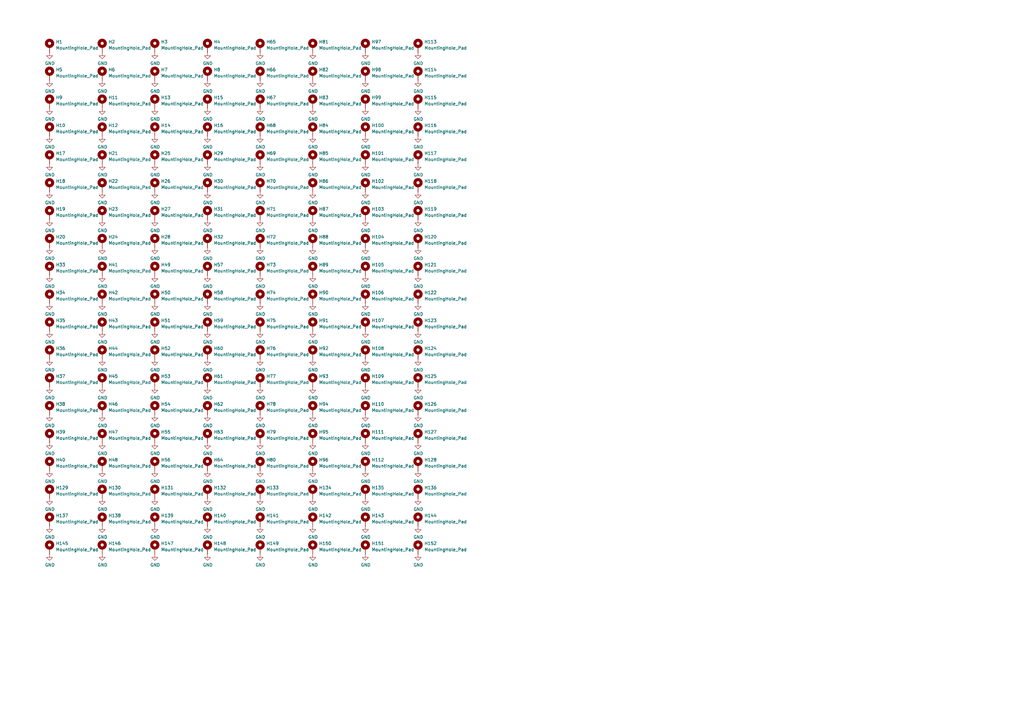
<source format=kicad_sch>
(kicad_sch (version 20230121) (generator eeschema)
  (paper "A3")
  (title_block (title "virgo-test-keyboard") (date "2023-05-30") (rev "0.2") (company "System76"))
  (symbol (lib_id "power:GND") (at 128.27 67.31 0) (unit 1) (in_bom no)
    (property "Reference" "#PWR0220" (effects hide))
    (property "Value" "GND" (at 128.397 71.7042 0))
    (instances (project "virgo-keyboard-test" (path "" (reference "#PWR0220") (unit 1)) (path "" (reference "#PWR0233") (unit 1))))
  )
  (symbol (lib_id "power:GND") (at 106.68 78.74 0) (unit 1) (in_bom no)
    (property "Reference" "#PWR0205" (effects hide))
    (property "Value" "GND" (at 106.807 83.1342 0))
    (instances (project "virgo-keyboard-test" (path "" (reference "#PWR0205") (unit 1)) (path "" (reference "#PWR0215") (unit 1))))
  )
  (symbol (lib_id "power:GND") (at 106.68 44.45 0) (unit 1) (in_bom no)
    (property "Reference" "#PWR0202" (effects hide))
    (property "Value" "GND" (at 106.807 48.8442 0))
    (instances (project "virgo-keyboard-test" (path "" (reference "#PWR0202") (unit 1)) (path "" (reference "#PWR0212") (unit 1))))
  )
  (symbol (lib_id "Mechanical:MountingHole_Pad") (at 41.91 156.21 0) (unit 1) (in_bom no)
    (property "Reference" "H45" (at 44.45 154.305 0) (effects (justify left)))
    (property "Value" "MountingHole_Pad" (at 44.45 156.845 0) (effects (justify left)))
    (property "Footprint" "local:MountingHole_1.8mm_Pad" (effects hide))
    (instances (project "virgo-keyboard-test" (path "" (reference "H45") (unit 1)) (path "" (reference "H32") (unit 1))))
  )
  (symbol (lib_id "power:GND") (at 171.45 124.46 0) (unit 1) (in_bom no)
    (property "Reference" "#PWR0257" (effects hide))
    (property "Value" "GND" (at 171.577 128.8542 0))
    (instances (project "virgo-keyboard-test" (path "" (reference "#PWR0257") (unit 1)) (path "" (reference "#PWR0276") (unit 1))))
  )
  (symbol (lib_id "power:GND") (at 149.86 193.04 0) (unit 1) (in_bom no)
    (property "Reference" "#PWR0247" (effects hide))
    (property "Value" "GND" (at 149.987 197.4342 0))
    (instances (project "virgo-keyboard-test" (path "" (reference "#PWR0247") (unit 1)) (path "" (reference "#PWR0263") (unit 1))))
  )
  (symbol (lib_id "Mechanical:MountingHole_Pad") (at 128.27 19.05 0) (unit 1) (in_bom no)
    (property "Reference" "H81" (at 130.81 17.145 0) (effects (justify left)))
    (property "Value" "MountingHole_Pad" (at 130.81 19.685 0) (effects (justify left)))
    (property "Footprint" "local:MountingHole_1.8mm_Pad" (effects hide))
    (instances (project "virgo-keyboard-test" (path "" (reference "H81") (unit 1)) (path "" (reference "H96") (unit 1))))
  )
  (symbol (lib_id "Mechanical:MountingHole_Pad") (at 63.5 213.36 0) (unit 1) (in_bom no)
    (property "Reference" "H139" (at 66.04 211.455 0) (effects (justify left)))
    (property "Value" "MountingHole_Pad" (at 66.04 213.995 0) (effects (justify left)))
    (property "Footprint" "local:MountingHole_1.8mm_Pad" (effects hide))
    (instances (project "virgo-keyboard-test" (path "" (reference "H139") (unit 1)) (path "" (reference "H56") (unit 1))))
  )
  (symbol (lib_id "Mechanical:MountingHole_Pad") (at 20.32 121.92 0) (unit 1) (in_bom no)
    (property "Reference" "H34" (at 22.86 120.015 0) (effects (justify left)))
    (property "Value" "MountingHole_Pad" (at 22.86 122.555 0) (effects (justify left)))
    (property "Footprint" "local:MountingHole_1.8mm_Pad" (effects hide))
    (instances (project "virgo-keyboard-test" (path "" (reference "H34") (unit 1)) (path "" (reference "H10") (unit 1))))
  )
  (symbol (lib_id "power:GND") (at 20.32 55.88 0) (unit 1) (in_bom no)
    (property "Reference" "#PWR044" (effects hide))
    (property "Value" "GND" (at 20.447 60.2742 0))
    (instances (project "virgo-keyboard-test" (path "" (reference "#PWR044") (unit 1)) (path "" (reference "#PWR036") (unit 1))))
  )
  (symbol (lib_id "Mechanical:MountingHole_Pad") (at 128.27 53.34 0) (unit 1) (in_bom no)
    (property "Reference" "H84" (at 130.81 51.435 0) (effects (justify left)))
    (property "Value" "MountingHole_Pad" (at 130.81 53.975 0) (effects (justify left)))
    (property "Footprint" "local:MountingHole_1.8mm_Pad" (effects hide))
    (instances (project "virgo-keyboard-test" (path "" (reference "H84") (unit 1)) (path "" (reference "H99") (unit 1))))
  )
  (symbol (lib_id "Mechanical:MountingHole_Pad") (at 106.68 201.93 0) (unit 1) (in_bom no)
    (property "Reference" "H133" (at 109.22 200.025 0) (effects (justify left)))
    (property "Value" "MountingHole_Pad" (at 109.22 202.565 0) (effects (justify left)))
    (property "Footprint" "local:MountingHole_1.8mm_Pad" (effects hide))
    (instances (project "virgo-keyboard-test" (path "" (reference "H133") (unit 1)) (path "" (reference "H93") (unit 1))))
  )
  (symbol (lib_id "power:GND") (at 20.32 158.75 0) (unit 1) (in_bom no)
    (property "Reference" "#PWR0101" (effects hide))
    (property "Value" "GND" (at 20.447 163.1442 0))
    (instances (project "virgo-keyboard-test" (path "" (reference "#PWR0101") (unit 1)) (path "" (reference "#PWR045") (unit 1))))
  )
  (symbol (lib_id "power:GND") (at 20.32 227.33 0) (unit 1) (in_bom no)
    (property "Reference" "#PWR0280" (effects hide))
    (property "Value" "GND" (at 20.447 231.7242 0))
    (instances (project "virgo-keyboard-test" (path "" (reference "#PWR0280") (unit 1)) (path "" (reference "#PWR066") (unit 1))))
  )
  (symbol (lib_id "Mechanical:MountingHole_Pad") (at 106.68 87.63 0) (unit 1) (in_bom no)
    (property "Reference" "H71" (at 109.22 85.725 0) (effects (justify left)))
    (property "Value" "MountingHole_Pad" (at 109.22 88.265 0) (effects (justify left)))
    (property "Footprint" "local:MountingHole_1.8mm_Pad" (effects hide))
    (instances (project "virgo-keyboard-test" (path "" (reference "H71") (unit 1)) (path "" (reference "H83") (unit 1))))
  )
  (symbol (lib_id "Mechanical:MountingHole_Pad") (at 128.27 41.91 0) (unit 1) (in_bom no)
    (property "Reference" "H83" (at 130.81 40.005 0) (effects (justify left)))
    (property "Value" "MountingHole_Pad" (at 130.81 42.545 0) (effects (justify left)))
    (property "Footprint" "local:MountingHole_1.8mm_Pad" (effects hide))
    (instances (project "virgo-keyboard-test" (path "" (reference "H83") (unit 1)) (path "" (reference "H98") (unit 1))))
  )
  (symbol (lib_id "Mechanical:MountingHole_Pad") (at 63.5 179.07 0) (unit 1) (in_bom no)
    (property "Reference" "H55" (at 66.04 177.165 0) (effects (justify left)))
    (property "Value" "MountingHole_Pad" (at 66.04 179.705 0) (effects (justify left)))
    (property "Footprint" "local:MountingHole_1.8mm_Pad" (effects hide))
    (instances (project "virgo-keyboard-test" (path "" (reference "H55") (unit 1)) (path "" (reference "H53") (unit 1))))
  )
  (symbol (lib_id "power:GND") (at 20.32 204.47 0) (unit 1) (in_bom no)
    (property "Reference" "#PWR0264" (effects hide))
    (property "Value" "GND" (at 20.447 208.8642 0))
    (instances (project "virgo-keyboard-test" (path "" (reference "#PWR0264") (unit 1)) (path "" (reference "#PWR064") (unit 1))))
  )
  (symbol (lib_id "Mechanical:MountingHole_Pad") (at 85.09 213.36 0) (unit 1) (in_bom no)
    (property "Reference" "H140" (at 87.63 211.455 0) (effects (justify left)))
    (property "Value" "MountingHole_Pad" (at 87.63 213.995 0) (effects (justify left)))
    (property "Footprint" "local:MountingHole_1.8mm_Pad" (effects hide))
    (instances (project "virgo-keyboard-test" (path "" (reference "H140") (unit 1)) (path "" (reference "H75") (unit 1))))
  )
  (symbol (lib_id "Mechanical:MountingHole_Pad") (at 85.09 167.64 0) (unit 1) (in_bom no)
    (property "Reference" "H62" (at 87.63 165.735 0) (effects (justify left)))
    (property "Value" "MountingHole_Pad" (at 87.63 168.275 0) (effects (justify left)))
    (property "Footprint" "local:MountingHole_1.8mm_Pad" (effects hide))
    (instances (project "virgo-keyboard-test" (path "" (reference "H62") (unit 1)) (path "" (reference "H71") (unit 1))))
  )
  (symbol (lib_id "power:GND") (at 128.27 90.17 0) (unit 1) (in_bom no)
    (property "Reference" "#PWR0222" (effects hide))
    (property "Value" "GND" (at 128.397 94.5642 0))
    (instances (project "virgo-keyboard-test" (path "" (reference "#PWR0222") (unit 1)) (path "" (reference "#PWR0235") (unit 1))))
  )
  (symbol (lib_id "power:GND") (at 85.09 90.17 0) (unit 1) (in_bom no)
    (property "Reference" "#PWR095" (effects hide))
    (property "Value" "GND" (at 85.217 94.5642 0))
    (instances (project "virgo-keyboard-test" (path "" (reference "#PWR095") (unit 1)) (path "" (reference "#PWR0197") (unit 1))))
  )
  (symbol (lib_id "Mechanical:MountingHole_Pad") (at 63.5 190.5 0) (unit 1) (in_bom no)
    (property "Reference" "H56" (at 66.04 188.595 0) (effects (justify left)))
    (property "Value" "MountingHole_Pad" (at 66.04 191.135 0) (effects (justify left)))
    (property "Footprint" "local:MountingHole_1.8mm_Pad" (effects hide))
    (instances (project "virgo-keyboard-test" (path "" (reference "H56") (unit 1)) (path "" (reference "H54") (unit 1))))
  )
  (symbol (lib_id "power:GND") (at 41.91 135.89 0) (unit 1) (in_bom no)
    (property "Reference" "#PWR0107" (effects hide))
    (property "Value" "GND" (at 42.037 140.2842 0))
    (instances (project "virgo-keyboard-test" (path "" (reference "#PWR0107") (unit 1)) (path "" (reference "#PWR092") (unit 1))))
  )
  (symbol (lib_id "Mechanical:MountingHole_Pad") (at 85.09 41.91 0) (unit 1) (in_bom no)
    (property "Reference" "H15" (at 87.63 40.005 0) (effects (justify left)))
    (property "Value" "MountingHole_Pad" (at 87.63 42.545 0) (effects (justify left)))
    (property "Footprint" "local:MountingHole_1.8mm_Pad" (effects hide))
    (instances (project "virgo-keyboard-test" (path "" (reference "H15") (unit 1)) (path "" (reference "H60") (unit 1))))
  )
  (symbol (lib_id "Mechanical:MountingHole_Pad") (at 106.68 41.91 0) (unit 1) (in_bom no)
    (property "Reference" "H67" (at 109.22 40.005 0) (effects (justify left)))
    (property "Value" "MountingHole_Pad" (at 109.22 42.545 0) (effects (justify left)))
    (property "Footprint" "local:MountingHole_1.8mm_Pad" (effects hide))
    (instances (project "virgo-keyboard-test" (path "" (reference "H67") (unit 1)) (path "" (reference "H79") (unit 1))))
  )
  (symbol (lib_id "power:GND") (at 63.5 90.17 0) (unit 1) (in_bom no)
    (property "Reference" "#PWR091" (effects hide))
    (property "Value" "GND" (at 63.627 94.5642 0))
    (instances (project "virgo-keyboard-test" (path "" (reference "#PWR091") (unit 1)) (path "" (reference "#PWR0107") (unit 1))))
  )
  (symbol (lib_id "Mechanical:MountingHole_Pad") (at 128.27 110.49 0) (unit 1) (in_bom no)
    (property "Reference" "H89" (at 130.81 108.585 0) (effects (justify left)))
    (property "Value" "MountingHole_Pad" (at 130.81 111.125 0) (effects (justify left)))
    (property "Footprint" "local:MountingHole_1.8mm_Pad" (effects hide))
    (instances (project "virgo-keyboard-test" (path "" (reference "H89") (unit 1)) (path "" (reference "H104") (unit 1))))
  )
  (symbol (lib_id "Mechanical:MountingHole_Pad") (at 128.27 30.48 0) (unit 1) (in_bom no)
    (property "Reference" "H82" (at 130.81 28.575 0) (effects (justify left)))
    (property "Value" "MountingHole_Pad" (at 130.81 31.115 0) (effects (justify left)))
    (property "Footprint" "local:MountingHole_1.8mm_Pad" (effects hide))
    (instances (project "virgo-keyboard-test" (path "" (reference "H82") (unit 1)) (path "" (reference "H97") (unit 1))))
  )
  (symbol (lib_id "power:GND") (at 106.68 170.18 0) (unit 1) (in_bom no)
    (property "Reference" "#PWR0213" (effects hide))
    (property "Value" "GND" (at 106.807 174.5742 0))
    (instances (project "virgo-keyboard-test" (path "" (reference "#PWR0213") (unit 1)) (path "" (reference "#PWR0223") (unit 1))))
  )
  (symbol (lib_id "Mechanical:MountingHole_Pad") (at 149.86 121.92 0) (unit 1) (in_bom no)
    (property "Reference" "H106" (at 152.4 120.015 0) (effects (justify left)))
    (property "Value" "MountingHole_Pad" (at 152.4 122.555 0) (effects (justify left)))
    (property "Footprint" "local:MountingHole_1.8mm_Pad" (effects hide))
    (instances (project "virgo-keyboard-test" (path "" (reference "H106") (unit 1)) (path "" (reference "H124") (unit 1))))
  )
  (symbol (lib_id "Mechanical:MountingHole_Pad") (at 171.45 213.36 0) (unit 1) (in_bom no)
    (property "Reference" "H144" (at 173.99 211.455 0) (effects (justify left)))
    (property "Value" "MountingHole_Pad" (at 173.99 213.995 0) (effects (justify left)))
    (property "Footprint" "local:MountingHole_1.8mm_Pad" (effects hide))
    (instances (project "virgo-keyboard-test" (path "" (reference "H144") (unit 1)) (path "" (reference "H151") (unit 1))))
  )
  (symbol (lib_id "power:GND") (at 63.5 135.89 0) (unit 1) (in_bom no)
    (property "Reference" "#PWR0147" (effects hide))
    (property "Value" "GND" (at 63.627 140.2842 0))
    (instances (project "virgo-keyboard-test" (path "" (reference "#PWR0147") (unit 1)) (path "" (reference "#PWR0111") (unit 1))))
  )
  (symbol (lib_id "Mechanical:MountingHole_Pad") (at 41.91 64.77 0) (unit 1) (in_bom no)
    (property "Reference" "H21" (at 44.45 62.865 0) (effects (justify left)))
    (property "Value" "MountingHole_Pad" (at 44.45 65.405 0) (effects (justify left)))
    (property "Footprint" "local:MountingHole_1.8mm_Pad" (effects hide))
    (instances (project "virgo-keyboard-test" (path "" (reference "H21") (unit 1)) (path "" (reference "H24") (unit 1))))
  )
  (symbol (lib_id "power:GND") (at 20.32 215.9 0) (unit 1) (in_bom no)
    (property "Reference" "#PWR0272" (effects hide))
    (property "Value" "GND" (at 20.447 220.2942 0))
    (instances (project "virgo-keyboard-test" (path "" (reference "#PWR0272") (unit 1)) (path "" (reference "#PWR065") (unit 1))))
  )
  (symbol (lib_id "power:GND") (at 128.27 33.02 0) (unit 1) (in_bom no)
    (property "Reference" "#PWR0217" (effects hide))
    (property "Value" "GND" (at 128.397 37.4142 0))
    (instances (project "virgo-keyboard-test" (path "" (reference "#PWR0217") (unit 1)) (path "" (reference "#PWR0230") (unit 1))))
  )
  (symbol (lib_id "Mechanical:MountingHole_Pad") (at 106.68 156.21 0) (unit 1) (in_bom no)
    (property "Reference" "H77" (at 109.22 154.305 0) (effects (justify left)))
    (property "Value" "MountingHole_Pad" (at 109.22 156.845 0) (effects (justify left)))
    (property "Footprint" "local:MountingHole_1.8mm_Pad" (effects hide))
    (instances (project "virgo-keyboard-test" (path "" (reference "H77") (unit 1)) (path "" (reference "H89") (unit 1))))
  )
  (symbol (lib_id "Mechanical:MountingHole_Pad") (at 171.45 41.91 0) (unit 1) (in_bom no)
    (property "Reference" "H115" (at 173.99 40.005 0) (effects (justify left)))
    (property "Value" "MountingHole_Pad" (at 173.99 42.545 0) (effects (justify left)))
    (property "Footprint" "local:MountingHole_1.8mm_Pad" (effects hide))
    (instances (project "virgo-keyboard-test" (path "" (reference "H115") (unit 1)) (path "" (reference "H136") (unit 1))))
  )
  (symbol (lib_id "power:GND") (at 41.91 78.74 0) (unit 1) (in_bom no)
    (property "Reference" "#PWR071" (effects hide))
    (property "Value" "GND" (at 42.037 83.1342 0))
    (instances (project "virgo-keyboard-test" (path "" (reference "#PWR071") (unit 1)) (path "" (reference "#PWR072") (unit 1))))
  )
  (symbol (lib_id "Mechanical:MountingHole_Pad") (at 106.68 224.79 0) (unit 1) (in_bom no)
    (property "Reference" "H149" (at 109.22 222.885 0) (effects (justify left)))
    (property "Value" "MountingHole_Pad" (at 109.22 225.425 0) (effects (justify left)))
    (property "Footprint" "local:MountingHole_1.8mm_Pad" (effects hide))
    (instances (project "virgo-keyboard-test" (path "" (reference "H149") (unit 1)) (path "" (reference "H95") (unit 1))))
  )
  (symbol (lib_id "Mechanical:MountingHole_Pad") (at 149.86 179.07 0) (unit 1) (in_bom no)
    (property "Reference" "H111" (at 152.4 177.165 0) (effects (justify left)))
    (property "Value" "MountingHole_Pad" (at 152.4 179.705 0) (effects (justify left)))
    (property "Footprint" "local:MountingHole_1.8mm_Pad" (effects hide))
    (instances (project "virgo-keyboard-test" (path "" (reference "H111") (unit 1)) (path "" (reference "H129") (unit 1))))
  )
  (symbol (lib_id "Mechanical:MountingHole_Pad") (at 20.32 213.36 0) (unit 1) (in_bom no)
    (property "Reference" "H137" (at 22.86 211.455 0) (effects (justify left)))
    (property "Value" "MountingHole_Pad" (at 22.86 213.995 0) (effects (justify left)))
    (property "Footprint" "local:MountingHole_1.8mm_Pad" (effects hide))
    (instances (project "virgo-keyboard-test" (path "" (reference "H137") (unit 1)) (path "" (reference "H18") (unit 1))))
  )
  (symbol (lib_id "Mechanical:MountingHole_Pad") (at 63.5 201.93 0) (unit 1) (in_bom no)
    (property "Reference" "H131" (at 66.04 200.025 0) (effects (justify left)))
    (property "Value" "MountingHole_Pad" (at 66.04 202.565 0) (effects (justify left)))
    (property "Footprint" "local:MountingHole_1.8mm_Pad" (effects hide))
    (instances (project "virgo-keyboard-test" (path "" (reference "H131") (unit 1)) (path "" (reference "H55") (unit 1))))
  )
  (symbol (lib_id "power:GND") (at 128.27 158.75 0) (unit 1) (in_bom no)
    (property "Reference" "#PWR0228" (effects hide))
    (property "Value" "GND" (at 128.397 163.1442 0))
    (instances (project "virgo-keyboard-test" (path "" (reference "#PWR0228") (unit 1)) (path "" (reference "#PWR0241") (unit 1))))
  )
  (symbol (lib_id "power:GND") (at 41.91 227.33 0) (unit 1) (in_bom no)
    (property "Reference" "#PWR0281" (effects hide))
    (property "Value" "GND" (at 42.037 231.7242 0))
    (instances (project "virgo-keyboard-test" (path "" (reference "#PWR0281") (unit 1)) (path "" (reference "#PWR0100") (unit 1))))
  )
  (symbol (lib_id "power:GND") (at 128.27 170.18 0) (unit 1) (in_bom no)
    (property "Reference" "#PWR0229" (effects hide))
    (property "Value" "GND" (at 128.397 174.5742 0))
    (instances (project "virgo-keyboard-test" (path "" (reference "#PWR0229") (unit 1)) (path "" (reference "#PWR0242") (unit 1))))
  )
  (symbol (lib_id "Mechanical:MountingHole_Pad") (at 41.91 41.91 0) (unit 1) (in_bom no)
    (property "Reference" "H11" (at 44.45 40.005 0) (effects (justify left)))
    (property "Value" "MountingHole_Pad" (at 44.45 42.545 0) (effects (justify left)))
    (property "Footprint" "local:MountingHole_1.8mm_Pad" (effects hide))
    (instances (project "virgo-keyboard-test" (path "" (reference "H11") (unit 1)) (path "" (reference "H22") (unit 1))))
  )
  (symbol (lib_id "Mechanical:MountingHole_Pad") (at 41.91 121.92 0) (unit 1) (in_bom no)
    (property "Reference" "H42" (at 44.45 120.015 0) (effects (justify left)))
    (property "Value" "MountingHole_Pad" (at 44.45 122.555 0) (effects (justify left)))
    (property "Footprint" "local:MountingHole_1.8mm_Pad" (effects hide))
    (instances (project "virgo-keyboard-test" (path "" (reference "H42") (unit 1)) (path "" (reference "H29") (unit 1))))
  )
  (symbol (lib_id "power:GND") (at 149.86 78.74 0) (unit 1) (in_bom no)
    (property "Reference" "#PWR0237" (effects hide))
    (property "Value" "GND" (at 149.987 83.1342 0))
    (instances (project "virgo-keyboard-test" (path "" (reference "#PWR0237") (unit 1)) (path "" (reference "#PWR0253") (unit 1))))
  )
  (symbol (lib_id "Mechanical:MountingHole_Pad") (at 149.86 110.49 0) (unit 1) (in_bom no)
    (property "Reference" "H105" (at 152.4 108.585 0) (effects (justify left)))
    (property "Value" "MountingHole_Pad" (at 152.4 111.125 0) (effects (justify left)))
    (property "Footprint" "local:MountingHole_1.8mm_Pad" (effects hide))
    (instances (project "virgo-keyboard-test" (path "" (reference "H105") (unit 1)) (path "" (reference "H123") (unit 1))))
  )
  (symbol (lib_id "Mechanical:MountingHole_Pad") (at 85.09 99.06 0) (unit 1) (in_bom no)
    (property "Reference" "H32" (at 87.63 97.155 0) (effects (justify left)))
    (property "Value" "MountingHole_Pad" (at 87.63 99.695 0) (effects (justify left)))
    (property "Footprint" "local:MountingHole_1.8mm_Pad" (effects hide))
    (instances (project "virgo-keyboard-test" (path "" (reference "H32") (unit 1)) (path "" (reference "H65") (unit 1))))
  )
  (symbol (lib_id "Mechanical:MountingHole_Pad") (at 63.5 87.63 0) (unit 1) (in_bom no)
    (property "Reference" "H27" (at 66.04 85.725 0) (effects (justify left)))
    (property "Value" "MountingHole_Pad" (at 66.04 88.265 0) (effects (justify left)))
    (property "Footprint" "local:MountingHole_1.8mm_Pad" (effects hide))
    (instances (project "virgo-keyboard-test" (path "" (reference "H27") (unit 1)) (path "" (reference "H45") (unit 1))))
  )
  (symbol (lib_id "Mechanical:MountingHole_Pad") (at 20.32 19.05 0) (unit 1) (in_bom no)
    (property "Reference" "H1" (at 22.86 17.145 0) (effects (justify left)))
    (property "Value" "MountingHole_Pad" (at 22.86 19.685 0) (effects (justify left)))
    (property "Footprint" "local:MountingHole_1.8mm_Pad" (effects hide))
  )
  (symbol (lib_id "power:GND") (at 149.86 113.03 0) (unit 1) (in_bom no)
    (property "Reference" "#PWR0240" (effects hide))
    (property "Value" "GND" (at 149.987 117.4242 0))
    (instances (project "virgo-keyboard-test" (path "" (reference "#PWR0240") (unit 1)) (path "" (reference "#PWR0256") (unit 1))))
  )
  (symbol (lib_id "Mechanical:MountingHole_Pad") (at 63.5 133.35 0) (unit 1) (in_bom no)
    (property "Reference" "H51" (at 66.04 131.445 0) (effects (justify left)))
    (property "Value" "MountingHole_Pad" (at 66.04 133.985 0) (effects (justify left)))
    (property "Footprint" "local:MountingHole_1.8mm_Pad" (effects hide))
    (instances (project "virgo-keyboard-test" (path "" (reference "H51") (unit 1)) (path "" (reference "H49") (unit 1))))
  )
  (symbol (lib_id "Mechanical:MountingHole_Pad") (at 106.68 30.48 0) (unit 1) (in_bom no)
    (property "Reference" "H66" (at 109.22 28.575 0) (effects (justify left)))
    (property "Value" "MountingHole_Pad" (at 109.22 31.115 0) (effects (justify left)))
    (property "Footprint" "local:MountingHole_1.8mm_Pad" (effects hide))
    (instances (project "virgo-keyboard-test" (path "" (reference "H66") (unit 1)) (path "" (reference "H78") (unit 1))))
  )
  (symbol (lib_id "Mechanical:MountingHole_Pad") (at 63.5 121.92 0) (unit 1) (in_bom no)
    (property "Reference" "H50" (at 66.04 120.015 0) (effects (justify left)))
    (property "Value" "MountingHole_Pad" (at 66.04 122.555 0) (effects (justify left)))
    (property "Footprint" "local:MountingHole_1.8mm_Pad" (effects hide))
    (instances (project "virgo-keyboard-test" (path "" (reference "H50") (unit 1)) (path "" (reference "H48") (unit 1))))
  )
  (symbol (lib_id "Mechanical:MountingHole_Pad") (at 128.27 201.93 0) (unit 1) (in_bom no)
    (property "Reference" "H134" (at 130.81 200.025 0) (effects (justify left)))
    (property "Value" "MountingHole_Pad" (at 130.81 202.565 0) (effects (justify left)))
    (property "Footprint" "local:MountingHole_1.8mm_Pad" (effects hide))
    (instances (project "virgo-keyboard-test" (path "" (reference "H134") (unit 1)) (path "" (reference "H112") (unit 1))))
  )
  (symbol (lib_id "power:GND") (at 41.91 21.59 0) (unit 1) (in_bom no)
    (property "Reference" "#PWR036" (effects hide))
    (property "Value" "GND" (at 42.037 25.9842 0))
    (instances (project "virgo-keyboard-test" (path "" (reference "#PWR036") (unit 1)) (path "" (reference "#PWR067") (unit 1))))
  )
  (symbol (lib_id "power:GND") (at 20.32 181.61 0) (unit 1) (in_bom no)
    (property "Reference" "#PWR0103" (effects hide))
    (property "Value" "GND" (at 20.447 186.0042 0))
    (instances (project "virgo-keyboard-test" (path "" (reference "#PWR0103") (unit 1)) (path "" (reference "#PWR062") (unit 1))))
  )
  (symbol (lib_id "Mechanical:MountingHole_Pad") (at 128.27 64.77 0) (unit 1) (in_bom no)
    (property "Reference" "H85" (at 130.81 62.865 0) (effects (justify left)))
    (property "Value" "MountingHole_Pad" (at 130.81 65.405 0) (effects (justify left)))
    (property "Footprint" "local:MountingHole_1.8mm_Pad" (effects hide))
    (instances (project "virgo-keyboard-test" (path "" (reference "H85") (unit 1)) (path "" (reference "H100") (unit 1))))
  )
  (symbol (lib_id "Mechanical:MountingHole_Pad") (at 85.09 87.63 0) (unit 1) (in_bom no)
    (property "Reference" "H31" (at 87.63 85.725 0) (effects (justify left)))
    (property "Value" "MountingHole_Pad" (at 87.63 88.265 0) (effects (justify left)))
    (property "Footprint" "local:MountingHole_1.8mm_Pad" (effects hide))
    (instances (project "virgo-keyboard-test" (path "" (reference "H31") (unit 1)) (path "" (reference "H64") (unit 1))))
  )
  (symbol (lib_id "Mechanical:MountingHole_Pad") (at 106.68 64.77 0) (unit 1) (in_bom no)
    (property "Reference" "H69" (at 109.22 62.865 0) (effects (justify left)))
    (property "Value" "MountingHole_Pad" (at 109.22 65.405 0) (effects (justify left)))
    (property "Footprint" "local:MountingHole_1.8mm_Pad" (effects hide))
    (instances (project "virgo-keyboard-test" (path "" (reference "H69") (unit 1)) (path "" (reference "H81") (unit 1))))
  )
  (symbol (lib_id "power:GND") (at 149.86 101.6 0) (unit 1) (in_bom no)
    (property "Reference" "#PWR0239" (effects hide))
    (property "Value" "GND" (at 149.987 105.9942 0))
    (instances (project "virgo-keyboard-test" (path "" (reference "#PWR0239") (unit 1)) (path "" (reference "#PWR0255") (unit 1))))
  )
  (symbol (lib_id "Mechanical:MountingHole_Pad") (at 85.09 53.34 0) (unit 1) (in_bom no)
    (property "Reference" "H16" (at 87.63 51.435 0) (effects (justify left)))
    (property "Value" "MountingHole_Pad" (at 87.63 53.975 0) (effects (justify left)))
    (property "Footprint" "local:MountingHole_1.8mm_Pad" (effects hide))
    (instances (project "virgo-keyboard-test" (path "" (reference "H16") (unit 1)) (path "" (reference "H61") (unit 1))))
  )
  (symbol (lib_id "Mechanical:MountingHole_Pad") (at 171.45 179.07 0) (unit 1) (in_bom no)
    (property "Reference" "H127" (at 173.99 177.165 0) (effects (justify left)))
    (property "Value" "MountingHole_Pad" (at 173.99 179.705 0) (effects (justify left)))
    (property "Footprint" "local:MountingHole_1.8mm_Pad" (effects hide))
    (instances (project "virgo-keyboard-test" (path "" (reference "H127") (unit 1)) (path "" (reference "H148") (unit 1))))
  )
  (symbol (lib_id "power:GND") (at 20.32 193.04 0) (unit 1) (in_bom no)
    (property "Reference" "#PWR0104" (effects hide))
    (property "Value" "GND" (at 20.447 197.4342 0))
    (instances (project "virgo-keyboard-test" (path "" (reference "#PWR0104") (unit 1)) (path "" (reference "#PWR063") (unit 1))))
  )
  (symbol (lib_id "power:GND") (at 20.32 90.17 0) (unit 1) (in_bom no)
    (property "Reference" "#PWR068" (effects hide))
    (property "Value" "GND" (at 20.447 94.5642 0))
    (instances (project "virgo-keyboard-test" (path "" (reference "#PWR068") (unit 1)) (path "" (reference "#PWR039") (unit 1))))
  )
  (symbol (lib_id "power:GND") (at 63.5 44.45 0) (unit 1) (in_bom no)
    (property "Reference" "#PWR062" (effects hide))
    (property "Value" "GND" (at 63.627 48.8442 0))
    (instances (project "virgo-keyboard-test" (path "" (reference "#PWR062") (unit 1)) (path "" (reference "#PWR0103") (unit 1))))
  )
  (symbol (lib_id "power:GND") (at 106.68 21.59 0) (unit 1) (in_bom no)
    (property "Reference" "#PWR0200" (effects hide))
    (property "Value" "GND" (at 106.807 25.9842 0))
    (instances (project "virgo-keyboard-test" (path "" (reference "#PWR0200") (unit 1)) (path "" (reference "#PWR0210") (unit 1))))
  )
  (symbol (lib_id "power:GND") (at 85.09 55.88 0) (unit 1) (in_bom no)
    (property "Reference" "#PWR065" (effects hide))
    (property "Value" "GND" (at 85.217 60.2742 0))
    (instances (project "virgo-keyboard-test" (path "" (reference "#PWR065") (unit 1)) (path "" (reference "#PWR0194") (unit 1))))
  )
  (symbol (lib_id "power:GND") (at 63.5 147.32 0) (unit 1) (in_bom no)
    (property "Reference" "#PWR0148" (effects hide))
    (property "Value" "GND" (at 63.627 151.7142 0))
    (instances (project "virgo-keyboard-test" (path "" (reference "#PWR0148") (unit 1)) (path "" (reference "#PWR0112") (unit 1))))
  )
  (symbol (lib_id "power:GND") (at 41.91 44.45 0) (unit 1) (in_bom no)
    (property "Reference" "#PWR045" (effects hide))
    (property "Value" "GND" (at 42.037 48.8442 0))
    (instances (project "virgo-keyboard-test" (path "" (reference "#PWR045") (unit 1)) (path "" (reference "#PWR069") (unit 1))))
  )
  (symbol (lib_id "power:GND") (at 106.68 113.03 0) (unit 1) (in_bom no)
    (property "Reference" "#PWR0208" (effects hide))
    (property "Value" "GND" (at 106.807 117.4242 0))
    (instances (project "virgo-keyboard-test" (path "" (reference "#PWR0208") (unit 1)) (path "" (reference "#PWR0218") (unit 1))))
  )
  (symbol (lib_id "Mechanical:MountingHole_Pad") (at 41.91 99.06 0) (unit 1) (in_bom no)
    (property "Reference" "H24" (at 44.45 97.155 0) (effects (justify left)))
    (property "Value" "MountingHole_Pad" (at 44.45 99.695 0) (effects (justify left)))
    (property "Footprint" "local:MountingHole_1.8mm_Pad" (effects hide))
    (instances (project "virgo-keyboard-test" (path "" (reference "H24") (unit 1)) (path "" (reference "H27") (unit 1))))
  )
  (symbol (lib_id "Mechanical:MountingHole_Pad") (at 85.09 30.48 0) (unit 1) (in_bom no)
    (property "Reference" "H8" (at 87.63 28.575 0) (effects (justify left)))
    (property "Value" "MountingHole_Pad" (at 87.63 31.115 0) (effects (justify left)))
    (property "Footprint" "local:MountingHole_1.8mm_Pad" (effects hide))
    (instances (project "virgo-keyboard-test" (path "" (reference "H8") (unit 1)) (path "" (reference "H59") (unit 1))))
  )
  (symbol (lib_id "power:GND") (at 85.09 124.46 0) (unit 1) (in_bom no)
    (property "Reference" "#PWR0193" (effects hide))
    (property "Value" "GND" (at 85.217 128.8542 0))
    (instances (project "virgo-keyboard-test" (path "" (reference "#PWR0193") (unit 1)) (path "" (reference "#PWR0200") (unit 1))))
  )
  (symbol (lib_id "power:GND") (at 128.27 147.32 0) (unit 1) (in_bom no)
    (property "Reference" "#PWR0227" (effects hide))
    (property "Value" "GND" (at 128.397 151.7142 0))
    (instances (project "virgo-keyboard-test" (path "" (reference "#PWR0227") (unit 1)) (path "" (reference "#PWR0240") (unit 1))))
  )
  (symbol (lib_id "power:GND") (at 149.86 44.45 0) (unit 1) (in_bom no)
    (property "Reference" "#PWR0234" (effects hide))
    (property "Value" "GND" (at 149.987 48.8442 0))
    (instances (project "virgo-keyboard-test" (path "" (reference "#PWR0234") (unit 1)) (path "" (reference "#PWR0250") (unit 1))))
  )
  (symbol (lib_id "Mechanical:MountingHole_Pad") (at 41.91 110.49 0) (unit 1) (in_bom no)
    (property "Reference" "H41" (at 44.45 108.585 0) (effects (justify left)))
    (property "Value" "MountingHole_Pad" (at 44.45 111.125 0) (effects (justify left)))
    (property "Footprint" "local:MountingHole_1.8mm_Pad" (effects hide))
    (instances (project "virgo-keyboard-test" (path "" (reference "H41") (unit 1)) (path "" (reference "H28") (unit 1))))
  )
  (symbol (lib_id "power:GND") (at 41.91 67.31 0) (unit 1) (in_bom no)
    (property "Reference" "#PWR070" (effects hide))
    (property "Value" "GND" (at 42.037 71.7042 0))
    (instances (project "virgo-keyboard-test" (path "" (reference "#PWR070") (unit 1)) (path "" (reference "#PWR071") (unit 1))))
  )
  (symbol (lib_id "Mechanical:MountingHole_Pad") (at 128.27 144.78 0) (unit 1) (in_bom no)
    (property "Reference" "H92" (at 130.81 142.875 0) (effects (justify left)))
    (property "Value" "MountingHole_Pad" (at 130.81 145.415 0) (effects (justify left)))
    (property "Footprint" "local:MountingHole_1.8mm_Pad" (effects hide))
    (instances (project "virgo-keyboard-test" (path "" (reference "H92") (unit 1)) (path "" (reference "H107") (unit 1))))
  )
  (symbol (lib_id "Mechanical:MountingHole_Pad") (at 20.32 167.64 0) (unit 1) (in_bom no)
    (property "Reference" "H38" (at 22.86 165.735 0) (effects (justify left)))
    (property "Value" "MountingHole_Pad" (at 22.86 168.275 0) (effects (justify left)))
    (property "Footprint" "local:MountingHole_1.8mm_Pad" (effects hide))
    (instances (project "virgo-keyboard-test" (path "" (reference "H38") (unit 1)) (path "" (reference "H14") (unit 1))))
  )
  (symbol (lib_id "power:GND") (at 20.32 21.59 0) (unit 1) (in_bom no)
    (property "Reference" "#PWR035" (effects hide))
    (property "Value" "GND" (at 20.447 25.9842 0))
    (instances (project "virgo-keyboard-test" (path "" (reference "#PWR035") (unit 1)) (path "" (reference "#PWR013") (unit 1))))
  )
  (symbol (lib_id "power:GND") (at 63.5 204.47 0) (unit 1) (in_bom no)
    (property "Reference" "#PWR0266" (effects hide))
    (property "Value" "GND" (at 63.627 208.8642 0))
    (instances (project "virgo-keyboard-test" (path "" (reference "#PWR0266") (unit 1)) (path "" (reference "#PWR0169") (unit 1))))
  )
  (symbol (lib_id "Mechanical:MountingHole_Pad") (at 149.86 213.36 0) (unit 1) (in_bom no)
    (property "Reference" "H143" (at 152.4 211.455 0) (effects (justify left)))
    (property "Value" "MountingHole_Pad" (at 152.4 213.995 0) (effects (justify left)))
    (property "Footprint" "local:MountingHole_1.8mm_Pad" (effects hide))
    (instances (project "virgo-keyboard-test" (path "" (reference "H143") (unit 1)) (path "" (reference "H132") (unit 1))))
  )
  (symbol (lib_id "Mechanical:MountingHole_Pad") (at 41.91 53.34 0) (unit 1) (in_bom no)
    (property "Reference" "H12" (at 44.45 51.435 0) (effects (justify left)))
    (property "Value" "MountingHole_Pad" (at 44.45 53.975 0) (effects (justify left)))
    (property "Footprint" "local:MountingHole_1.8mm_Pad" (effects hide))
    (instances (project "virgo-keyboard-test" (path "" (reference "H12") (unit 1)) (path "" (reference "H23") (unit 1))))
  )
  (symbol (lib_id "power:GND") (at 85.09 204.47 0) (unit 1) (in_bom no)
    (property "Reference" "#PWR0267" (effects hide))
    (property "Value" "GND" (at 85.217 208.8642 0))
    (instances (project "virgo-keyboard-test" (path "" (reference "#PWR0267") (unit 1)) (path "" (reference "#PWR0207") (unit 1))))
  )
  (symbol (lib_id "Mechanical:MountingHole_Pad") (at 171.45 167.64 0) (unit 1) (in_bom no)
    (property "Reference" "H126" (at 173.99 165.735 0) (effects (justify left)))
    (property "Value" "MountingHole_Pad" (at 173.99 168.275 0) (effects (justify left)))
    (property "Footprint" "local:MountingHole_1.8mm_Pad" (effects hide))
    (instances (project "virgo-keyboard-test" (path "" (reference "H126") (unit 1)) (path "" (reference "H147") (unit 1))))
  )
  (symbol (lib_id "power:GND") (at 20.32 33.02 0) (unit 1) (in_bom no)
    (property "Reference" "#PWR039" (effects hide))
    (property "Value" "GND" (at 20.447 37.4142 0))
    (instances (project "virgo-keyboard-test" (path "" (reference "#PWR039") (unit 1)) (path "" (reference "#PWR014") (unit 1))))
  )
  (symbol (lib_id "Mechanical:MountingHole_Pad") (at 171.45 19.05 0) (unit 1) (in_bom no)
    (property "Reference" "H113" (at 173.99 17.145 0) (effects (justify left)))
    (property "Value" "MountingHole_Pad" (at 173.99 19.685 0) (effects (justify left)))
    (property "Footprint" "local:MountingHole_1.8mm_Pad" (effects hide))
    (instances (project "virgo-keyboard-test" (path "" (reference "H113") (unit 1)) (path "" (reference "H134") (unit 1))))
  )
  (symbol (lib_id "power:GND") (at 85.09 101.6 0) (unit 1) (in_bom no)
    (property "Reference" "#PWR096" (effects hide))
    (property "Value" "GND" (at 85.217 105.9942 0))
    (instances (project "virgo-keyboard-test" (path "" (reference "#PWR096") (unit 1)) (path "" (reference "#PWR0198") (unit 1))))
  )
  (symbol (lib_id "power:GND") (at 85.09 170.18 0) (unit 1) (in_bom no)
    (property "Reference" "#PWR0197" (effects hide))
    (property "Value" "GND" (at 85.217 174.5742 0))
    (instances (project "virgo-keyboard-test" (path "" (reference "#PWR0197") (unit 1)) (path "" (reference "#PWR0204") (unit 1))))
  )
  (symbol (lib_id "power:GND") (at 63.5 33.02 0) (unit 1) (in_bom no)
    (property "Reference" "#PWR041" (effects hide))
    (property "Value" "GND" (at 63.627 37.4142 0))
    (instances (project "virgo-keyboard-test" (path "" (reference "#PWR041") (unit 1)) (path "" (reference "#PWR0102") (unit 1))))
  )
  (symbol (lib_id "Mechanical:MountingHole_Pad") (at 63.5 167.64 0) (unit 1) (in_bom no)
    (property "Reference" "H54" (at 66.04 165.735 0) (effects (justify left)))
    (property "Value" "MountingHole_Pad" (at 66.04 168.275 0) (effects (justify left)))
    (property "Footprint" "local:MountingHole_1.8mm_Pad" (effects hide))
    (instances (project "virgo-keyboard-test" (path "" (reference "H54") (unit 1)) (path "" (reference "H52") (unit 1))))
  )
  (symbol (lib_id "power:GND") (at 41.91 113.03 0) (unit 1) (in_bom no)
    (property "Reference" "#PWR0105" (effects hide))
    (property "Value" "GND" (at 42.037 117.4242 0))
    (instances (project "virgo-keyboard-test" (path "" (reference "#PWR0105") (unit 1)) (path "" (reference "#PWR075") (unit 1))))
  )
  (symbol (lib_id "Mechanical:MountingHole_Pad") (at 63.5 64.77 0) (unit 1) (in_bom no)
    (property "Reference" "H25" (at 66.04 62.865 0) (effects (justify left)))
    (property "Value" "MountingHole_Pad" (at 66.04 65.405 0) (effects (justify left)))
    (property "Footprint" "local:MountingHole_1.8mm_Pad" (effects hide))
    (instances (project "virgo-keyboard-test" (path "" (reference "H25") (unit 1)) (path "" (reference "H43") (unit 1))))
  )
  (symbol (lib_id "power:GND") (at 20.32 170.18 0) (unit 1) (in_bom no)
    (property "Reference" "#PWR0102" (effects hide))
    (property "Value" "GND" (at 20.447 174.5742 0))
    (instances (project "virgo-keyboard-test" (path "" (reference "#PWR0102") (unit 1)) (path "" (reference "#PWR061") (unit 1))))
  )
  (symbol (lib_id "power:GND") (at 128.27 193.04 0) (unit 1) (in_bom no)
    (property "Reference" "#PWR0231" (effects hide))
    (property "Value" "GND" (at 128.397 197.4342 0))
    (instances (project "virgo-keyboard-test" (path "" (reference "#PWR0231") (unit 1)) (path "" (reference "#PWR0244") (unit 1))))
  )
  (symbol (lib_id "power:GND") (at 41.91 204.47 0) (unit 1) (in_bom no)
    (property "Reference" "#PWR0265" (effects hide))
    (property "Value" "GND" (at 42.037 208.8642 0))
    (instances (project "virgo-keyboard-test" (path "" (reference "#PWR0265") (unit 1)) (path "" (reference "#PWR098") (unit 1))))
  )
  (symbol (lib_id "power:GND") (at 106.68 227.33 0) (unit 1) (in_bom no)
    (property "Reference" "#PWR0339" (effects hide))
    (property "Value" "GND" (at 106.807 231.7242 0))
    (instances (project "virgo-keyboard-test" (path "" (reference "#PWR0339") (unit 1)) (path "" (reference "#PWR0228") (unit 1))))
  )
  (symbol (lib_id "Mechanical:MountingHole_Pad") (at 63.5 110.49 0) (unit 1) (in_bom no)
    (property "Reference" "H49" (at 66.04 108.585 0) (effects (justify left)))
    (property "Value" "MountingHole_Pad" (at 66.04 111.125 0) (effects (justify left)))
    (property "Footprint" "local:MountingHole_1.8mm_Pad" (effects hide))
    (instances (project "virgo-keyboard-test" (path "" (reference "H49") (unit 1)) (path "" (reference "H47") (unit 1))))
  )
  (symbol (lib_id "power:GND") (at 171.45 90.17 0) (unit 1) (in_bom no)
    (property "Reference" "#PWR0254" (effects hide))
    (property "Value" "GND" (at 171.577 94.5642 0))
    (instances (project "virgo-keyboard-test" (path "" (reference "#PWR0254") (unit 1)) (path "" (reference "#PWR0273") (unit 1))))
  )
  (symbol (lib_id "power:GND") (at 63.5 158.75 0) (unit 1) (in_bom no)
    (property "Reference" "#PWR0169" (effects hide))
    (property "Value" "GND" (at 63.627 163.1442 0))
    (instances (project "virgo-keyboard-test" (path "" (reference "#PWR0169") (unit 1)) (path "" (reference "#PWR0117") (unit 1))))
  )
  (symbol (lib_id "power:GND") (at 171.45 78.74 0) (unit 1) (in_bom no)
    (property "Reference" "#PWR0253" (effects hide))
    (property "Value" "GND" (at 171.577 83.1342 0))
    (instances (project "virgo-keyboard-test" (path "" (reference "#PWR0253") (unit 1)) (path "" (reference "#PWR0272") (unit 1))))
  )
  (symbol (lib_id "power:GND") (at 128.27 227.33 0) (unit 1) (in_bom no)
    (property "Reference" "#PWR0340" (effects hide))
    (property "Value" "GND" (at 128.397 231.7242 0))
    (instances (project "virgo-keyboard-test" (path "" (reference "#PWR0340") (unit 1)) (path "" (reference "#PWR0247") (unit 1))))
  )
  (symbol (lib_id "power:GND") (at 41.91 215.9 0) (unit 1) (in_bom no)
    (property "Reference" "#PWR0273" (effects hide))
    (property "Value" "GND" (at 42.037 220.2942 0))
    (instances (project "virgo-keyboard-test" (path "" (reference "#PWR0273") (unit 1)) (path "" (reference "#PWR099") (unit 1))))
  )
  (symbol (lib_id "power:GND") (at 171.45 181.61 0) (unit 1) (in_bom no)
    (property "Reference" "#PWR0262" (effects hide))
    (property "Value" "GND" (at 171.577 186.0042 0))
    (instances (project "virgo-keyboard-test" (path "" (reference "#PWR0262") (unit 1)) (path "" (reference "#PWR0281") (unit 1))))
  )
  (symbol (lib_id "Mechanical:MountingHole_Pad") (at 149.86 64.77 0) (unit 1) (in_bom no)
    (property "Reference" "H101" (at 152.4 62.865 0) (effects (justify left)))
    (property "Value" "MountingHole_Pad" (at 152.4 65.405 0) (effects (justify left)))
    (property "Footprint" "local:MountingHole_1.8mm_Pad" (effects hide))
    (instances (project "virgo-keyboard-test" (path "" (reference "H101") (unit 1)) (path "" (reference "H119") (unit 1))))
  )
  (symbol (lib_id "Mechanical:MountingHole_Pad") (at 171.45 224.79 0) (unit 1) (in_bom no)
    (property "Reference" "H152" (at 173.99 222.885 0) (effects (justify left)))
    (property "Value" "MountingHole_Pad" (at 173.99 225.425 0) (effects (justify left)))
    (property "Footprint" "local:MountingHole_1.8mm_Pad" (effects hide))
  )
  (symbol (lib_id "Mechanical:MountingHole_Pad") (at 171.45 53.34 0) (unit 1) (in_bom no)
    (property "Reference" "H116" (at 173.99 51.435 0) (effects (justify left)))
    (property "Value" "MountingHole_Pad" (at 173.99 53.975 0) (effects (justify left)))
    (property "Footprint" "local:MountingHole_1.8mm_Pad" (effects hide))
    (instances (project "virgo-keyboard-test" (path "" (reference "H116") (unit 1)) (path "" (reference "H137") (unit 1))))
  )
  (symbol (lib_id "power:GND") (at 149.86 204.47 0) (unit 1) (in_bom no)
    (property "Reference" "#PWR0270" (effects hide))
    (property "Value" "GND" (at 149.987 208.8642 0))
    (instances (project "virgo-keyboard-test" (path "" (reference "#PWR0270") (unit 1)) (path "" (reference "#PWR0264") (unit 1))))
  )
  (symbol (lib_id "Mechanical:MountingHole_Pad") (at 20.32 224.79 0) (unit 1) (in_bom no)
    (property "Reference" "H145" (at 22.86 222.885 0) (effects (justify left)))
    (property "Value" "MountingHole_Pad" (at 22.86 225.425 0) (effects (justify left)))
    (property "Footprint" "local:MountingHole_1.8mm_Pad" (effects hide))
    (instances (project "virgo-keyboard-test" (path "" (reference "H145") (unit 1)) (path "" (reference "H19") (unit 1))))
  )
  (symbol (lib_id "Mechanical:MountingHole_Pad") (at 171.45 201.93 0) (unit 1) (in_bom no)
    (property "Reference" "H136" (at 173.99 200.025 0) (effects (justify left)))
    (property "Value" "MountingHole_Pad" (at 173.99 202.565 0) (effects (justify left)))
    (property "Footprint" "local:MountingHole_1.8mm_Pad" (effects hide))
    (instances (project "virgo-keyboard-test" (path "" (reference "H136") (unit 1)) (path "" (reference "H150") (unit 1))))
  )
  (symbol (lib_id "power:GND") (at 149.86 158.75 0) (unit 1) (in_bom no)
    (property "Reference" "#PWR0244" (effects hide))
    (property "Value" "GND" (at 149.987 163.1442 0))
    (instances (project "virgo-keyboard-test" (path "" (reference "#PWR0244") (unit 1)) (path "" (reference "#PWR0260") (unit 1))))
  )
  (symbol (lib_id "Mechanical:MountingHole_Pad") (at 128.27 121.92 0) (unit 1) (in_bom no)
    (property "Reference" "H90" (at 130.81 120.015 0) (effects (justify left)))
    (property "Value" "MountingHole_Pad" (at 130.81 122.555 0) (effects (justify left)))
    (property "Footprint" "local:MountingHole_1.8mm_Pad" (effects hide))
    (instances (project "virgo-keyboard-test" (path "" (reference "H90") (unit 1)) (path "" (reference "H105") (unit 1))))
  )
  (symbol (lib_id "Mechanical:MountingHole_Pad") (at 171.45 144.78 0) (unit 1) (in_bom no)
    (property "Reference" "H124" (at 173.99 142.875 0) (effects (justify left)))
    (property "Value" "MountingHole_Pad" (at 173.99 145.415 0) (effects (justify left)))
    (property "Footprint" "local:MountingHole_1.8mm_Pad" (effects hide))
    (instances (project "virgo-keyboard-test" (path "" (reference "H124") (unit 1)) (path "" (reference "H145") (unit 1))))
  )
  (symbol (lib_id "power:GND") (at 85.09 113.03 0) (unit 1) (in_bom no)
    (property "Reference" "#PWR0192" (effects hide))
    (property "Value" "GND" (at 85.217 117.4242 0))
    (instances (project "virgo-keyboard-test" (path "" (reference "#PWR0192") (unit 1)) (path "" (reference "#PWR0199") (unit 1))))
  )
  (symbol (lib_id "Mechanical:MountingHole_Pad") (at 20.32 133.35 0) (unit 1) (in_bom no)
    (property "Reference" "H35" (at 22.86 131.445 0) (effects (justify left)))
    (property "Value" "MountingHole_Pad" (at 22.86 133.985 0) (effects (justify left)))
    (property "Footprint" "local:MountingHole_1.8mm_Pad" (effects hide))
    (instances (project "virgo-keyboard-test" (path "" (reference "H35") (unit 1)) (path "" (reference "H11") (unit 1))))
  )
  (symbol (lib_id "Mechanical:MountingHole_Pad") (at 106.68 76.2 0) (unit 1) (in_bom no)
    (property "Reference" "H70" (at 109.22 74.295 0) (effects (justify left)))
    (property "Value" "MountingHole_Pad" (at 109.22 76.835 0) (effects (justify left)))
    (property "Footprint" "local:MountingHole_1.8mm_Pad" (effects hide))
    (instances (project "virgo-keyboard-test" (path "" (reference "H70") (unit 1)) (path "" (reference "H82") (unit 1))))
  )
  (symbol (lib_id "power:GND") (at 63.5 227.33 0) (unit 1) (in_bom no)
    (property "Reference" "#PWR0282" (effects hide))
    (property "Value" "GND" (at 63.627 231.7242 0))
    (instances (project "virgo-keyboard-test" (path "" (reference "#PWR0282") (unit 1)) (path "" (reference "#PWR0178") (unit 1))))
  )
  (symbol (lib_id "power:GND") (at 63.5 181.61 0) (unit 1) (in_bom no)
    (property "Reference" "#PWR0178" (effects hide))
    (property "Value" "GND" (at 63.627 186.0042 0))
    (instances (project "virgo-keyboard-test" (path "" (reference "#PWR0178") (unit 1)) (path "" (reference "#PWR0147") (unit 1))))
  )
  (symbol (lib_id "power:GND") (at 63.5 67.31 0) (unit 1) (in_bom no)
    (property "Reference" "#PWR074" (effects hide))
    (property "Value" "GND" (at 63.627 71.7042 0))
    (instances (project "virgo-keyboard-test" (path "" (reference "#PWR074") (unit 1)) (path "" (reference "#PWR0105") (unit 1))))
  )
  (symbol (lib_id "power:GND") (at 85.09 227.33 0) (unit 1) (in_bom no)
    (property "Reference" "#PWR0283" (effects hide))
    (property "Value" "GND" (at 85.217 231.7242 0))
    (instances (project "virgo-keyboard-test" (path "" (reference "#PWR0283") (unit 1)) (path "" (reference "#PWR0209") (unit 1))))
  )
  (symbol (lib_id "power:GND") (at 171.45 170.18 0) (unit 1) (in_bom no)
    (property "Reference" "#PWR0261" (effects hide))
    (property "Value" "GND" (at 171.577 174.5742 0))
    (instances (project "virgo-keyboard-test" (path "" (reference "#PWR0261") (unit 1)) (path "" (reference "#PWR0280") (unit 1))))
  )
  (symbol (lib_id "power:GND") (at 128.27 101.6 0) (unit 1) (in_bom no)
    (property "Reference" "#PWR0223" (effects hide))
    (property "Value" "GND" (at 128.397 105.9942 0))
    (instances (project "virgo-keyboard-test" (path "" (reference "#PWR0223") (unit 1)) (path "" (reference "#PWR0236") (unit 1))))
  )
  (symbol (lib_id "power:GND") (at 171.45 215.9 0) (unit 1) (in_bom no)
    (property "Reference" "#PWR0279" (effects hide))
    (property "Value" "GND" (at 171.577 220.2942 0))
    (instances (project "virgo-keyboard-test" (path "" (reference "#PWR0279") (unit 1)) (path "" (reference "#PWR0339") (unit 1))))
  )
  (symbol (lib_id "Mechanical:MountingHole_Pad") (at 128.27 167.64 0) (unit 1) (in_bom no)
    (property "Reference" "H94" (at 130.81 165.735 0) (effects (justify left)))
    (property "Value" "MountingHole_Pad" (at 130.81 168.275 0) (effects (justify left)))
    (property "Footprint" "local:MountingHole_1.8mm_Pad" (effects hide))
    (instances (project "virgo-keyboard-test" (path "" (reference "H94") (unit 1)) (path "" (reference "H109") (unit 1))))
  )
  (symbol (lib_id "Mechanical:MountingHole_Pad") (at 63.5 76.2 0) (unit 1) (in_bom no)
    (property "Reference" "H26" (at 66.04 74.295 0) (effects (justify left)))
    (property "Value" "MountingHole_Pad" (at 66.04 76.835 0) (effects (justify left)))
    (property "Footprint" "local:MountingHole_1.8mm_Pad" (effects hide))
    (instances (project "virgo-keyboard-test" (path "" (reference "H26") (unit 1)) (path "" (reference "H44") (unit 1))))
  )
  (symbol (lib_id "power:GND") (at 149.86 67.31 0) (unit 1) (in_bom no)
    (property "Reference" "#PWR0236" (effects hide))
    (property "Value" "GND" (at 149.987 71.7042 0))
    (instances (project "virgo-keyboard-test" (path "" (reference "#PWR0236") (unit 1)) (path "" (reference "#PWR0252") (unit 1))))
  )
  (symbol (lib_id "Mechanical:MountingHole_Pad") (at 106.68 179.07 0) (unit 1) (in_bom no)
    (property "Reference" "H79" (at 109.22 177.165 0) (effects (justify left)))
    (property "Value" "MountingHole_Pad" (at 109.22 179.705 0) (effects (justify left)))
    (property "Footprint" "local:MountingHole_1.8mm_Pad" (effects hide))
    (instances (project "virgo-keyboard-test" (path "" (reference "H79") (unit 1)) (path "" (reference "H91") (unit 1))))
  )
  (symbol (lib_id "Mechanical:MountingHole_Pad") (at 106.68 190.5 0) (unit 1) (in_bom no)
    (property "Reference" "H80" (at 109.22 188.595 0) (effects (justify left)))
    (property "Value" "MountingHole_Pad" (at 109.22 191.135 0) (effects (justify left)))
    (property "Footprint" "local:MountingHole_1.8mm_Pad" (effects hide))
    (instances (project "virgo-keyboard-test" (path "" (reference "H80") (unit 1)) (path "" (reference "H92") (unit 1))))
  )
  (symbol (lib_id "power:GND") (at 41.91 158.75 0) (unit 1) (in_bom no)
    (property "Reference" "#PWR0109" (effects hide))
    (property "Value" "GND" (at 42.037 163.1442 0))
    (instances (project "virgo-keyboard-test" (path "" (reference "#PWR0109") (unit 1)) (path "" (reference "#PWR094") (unit 1))))
  )
  (symbol (lib_id "power:GND") (at 149.86 135.89 0) (unit 1) (in_bom no)
    (property "Reference" "#PWR0242" (effects hide))
    (property "Value" "GND" (at 149.987 140.2842 0))
    (instances (project "virgo-keyboard-test" (path "" (reference "#PWR0242") (unit 1)) (path "" (reference "#PWR0258") (unit 1))))
  )
  (symbol (lib_id "Mechanical:MountingHole_Pad") (at 128.27 133.35 0) (unit 1) (in_bom no)
    (property "Reference" "H91" (at 130.81 131.445 0) (effects (justify left)))
    (property "Value" "MountingHole_Pad" (at 130.81 133.985 0) (effects (justify left)))
    (property "Footprint" "local:MountingHole_1.8mm_Pad" (effects hide))
    (instances (project "virgo-keyboard-test" (path "" (reference "H91") (unit 1)) (path "" (reference "H106") (unit 1))))
  )
  (symbol (lib_id "Mechanical:MountingHole_Pad") (at 41.91 30.48 0) (unit 1) (in_bom no)
    (property "Reference" "H6" (at 44.45 28.575 0) (effects (justify left)))
    (property "Value" "MountingHole_Pad" (at 44.45 31.115 0) (effects (justify left)))
    (property "Footprint" "local:MountingHole_1.8mm_Pad" (effects hide))
    (instances (project "virgo-keyboard-test" (path "" (reference "H6") (unit 1)) (path "" (reference "H21") (unit 1))))
  )
  (symbol (lib_id "power:GND") (at 41.91 101.6 0) (unit 1) (in_bom no)
    (property "Reference" "#PWR073" (effects hide))
    (property "Value" "GND" (at 42.037 105.9942 0))
    (instances (project "virgo-keyboard-test" (path "" (reference "#PWR073") (unit 1)) (path "" (reference "#PWR074") (unit 1))))
  )
  (symbol (lib_id "power:GND") (at 171.45 67.31 0) (unit 1) (in_bom no)
    (property "Reference" "#PWR0252" (effects hide))
    (property "Value" "GND" (at 171.577 71.7042 0))
    (instances (project "virgo-keyboard-test" (path "" (reference "#PWR0252") (unit 1)) (path "" (reference "#PWR0271") (unit 1))))
  )
  (symbol (lib_id "power:GND") (at 85.09 147.32 0) (unit 1) (in_bom no)
    (property "Reference" "#PWR0195" (effects hide))
    (property "Value" "GND" (at 85.217 151.7142 0))
    (instances (project "virgo-keyboard-test" (path "" (reference "#PWR0195") (unit 1)) (path "" (reference "#PWR0202") (unit 1))))
  )
  (symbol (lib_id "Mechanical:MountingHole_Pad") (at 171.45 190.5 0) (unit 1) (in_bom no)
    (property "Reference" "H128" (at 173.99 188.595 0) (effects (justify left)))
    (property "Value" "MountingHole_Pad" (at 173.99 191.135 0) (effects (justify left)))
    (property "Footprint" "local:MountingHole_1.8mm_Pad" (effects hide))
    (instances (project "virgo-keyboard-test" (path "" (reference "H128") (unit 1)) (path "" (reference "H149") (unit 1))))
  )
  (symbol (lib_id "Mechanical:MountingHole_Pad") (at 85.09 110.49 0) (unit 1) (in_bom no)
    (property "Reference" "H57" (at 87.63 108.585 0) (effects (justify left)))
    (property "Value" "MountingHole_Pad" (at 87.63 111.125 0) (effects (justify left)))
    (property "Footprint" "local:MountingHole_1.8mm_Pad" (effects hide))
    (instances (project "virgo-keyboard-test" (path "" (reference "H57") (unit 1)) (path "" (reference "H66") (unit 1))))
  )
  (symbol (lib_id "Mechanical:MountingHole_Pad") (at 85.09 144.78 0) (unit 1) (in_bom no)
    (property "Reference" "H60" (at 87.63 142.875 0) (effects (justify left)))
    (property "Value" "MountingHole_Pad" (at 87.63 145.415 0) (effects (justify left)))
    (property "Footprint" "local:MountingHole_1.8mm_Pad" (effects hide))
    (instances (project "virgo-keyboard-test" (path "" (reference "H60") (unit 1)) (path "" (reference "H69") (unit 1))))
  )
  (symbol (lib_id "Mechanical:MountingHole_Pad") (at 149.86 156.21 0) (unit 1) (in_bom no)
    (property "Reference" "H109" (at 152.4 154.305 0) (effects (justify left)))
    (property "Value" "MountingHole_Pad" (at 152.4 156.845 0) (effects (justify left)))
    (property "Footprint" "local:MountingHole_1.8mm_Pad" (effects hide))
    (instances (project "virgo-keyboard-test" (path "" (reference "H109") (unit 1)) (path "" (reference "H127") (unit 1))))
  )
  (symbol (lib_id "Mechanical:MountingHole_Pad") (at 63.5 53.34 0) (unit 1) (in_bom no)
    (property "Reference" "H14" (at 66.04 51.435 0) (effects (justify left)))
    (property "Value" "MountingHole_Pad" (at 66.04 53.975 0) (effects (justify left)))
    (property "Footprint" "local:MountingHole_1.8mm_Pad" (effects hide))
    (instances (project "virgo-keyboard-test" (path "" (reference "H14") (unit 1)) (path "" (reference "H42") (unit 1))))
  )
  (symbol (lib_id "power:GND") (at 106.68 67.31 0) (unit 1) (in_bom no)
    (property "Reference" "#PWR0204" (effects hide))
    (property "Value" "GND" (at 106.807 71.7042 0))
    (instances (project "virgo-keyboard-test" (path "" (reference "#PWR0204") (unit 1)) (path "" (reference "#PWR0214") (unit 1))))
  )
  (symbol (lib_id "Mechanical:MountingHole_Pad") (at 171.45 87.63 0) (unit 1) (in_bom no)
    (property "Reference" "H119" (at 173.99 85.725 0) (effects (justify left)))
    (property "Value" "MountingHole_Pad" (at 173.99 88.265 0) (effects (justify left)))
    (property "Footprint" "local:MountingHole_1.8mm_Pad" (effects hide))
    (instances (project "virgo-keyboard-test" (path "" (reference "H119") (unit 1)) (path "" (reference "H140") (unit 1))))
  )
  (symbol (lib_id "Mechanical:MountingHole_Pad") (at 106.68 167.64 0) (unit 1) (in_bom no)
    (property "Reference" "H78" (at 109.22 165.735 0) (effects (justify left)))
    (property "Value" "MountingHole_Pad" (at 109.22 168.275 0) (effects (justify left)))
    (property "Footprint" "local:MountingHole_1.8mm_Pad" (effects hide))
    (instances (project "virgo-keyboard-test" (path "" (reference "H78") (unit 1)) (path "" (reference "H90") (unit 1))))
  )
  (symbol (lib_id "power:GND") (at 128.27 55.88 0) (unit 1) (in_bom no)
    (property "Reference" "#PWR0219" (effects hide))
    (property "Value" "GND" (at 128.397 60.2742 0))
    (instances (project "virgo-keyboard-test" (path "" (reference "#PWR0219") (unit 1)) (path "" (reference "#PWR0232") (unit 1))))
  )
  (symbol (lib_id "Mechanical:MountingHole_Pad") (at 171.45 99.06 0) (unit 1) (in_bom no)
    (property "Reference" "H120" (at 173.99 97.155 0) (effects (justify left)))
    (property "Value" "MountingHole_Pad" (at 173.99 99.695 0) (effects (justify left)))
    (property "Footprint" "local:MountingHole_1.8mm_Pad" (effects hide))
    (instances (project "virgo-keyboard-test" (path "" (reference "H120") (unit 1)) (path "" (reference "H141") (unit 1))))
  )
  (symbol (lib_id "power:GND") (at 149.86 21.59 0) (unit 1) (in_bom no)
    (property "Reference" "#PWR0232" (effects hide))
    (property "Value" "GND" (at 149.987 25.9842 0))
    (instances (project "virgo-keyboard-test" (path "" (reference "#PWR0232") (unit 1)) (path "" (reference "#PWR0248") (unit 1))))
  )
  (symbol (lib_id "power:GND") (at 85.09 67.31 0) (unit 1) (in_bom no)
    (property "Reference" "#PWR093" (effects hide))
    (property "Value" "GND" (at 85.217 71.7042 0))
    (instances (project "virgo-keyboard-test" (path "" (reference "#PWR093") (unit 1)) (path "" (reference "#PWR0195") (unit 1))))
  )
  (symbol (lib_id "Mechanical:MountingHole_Pad") (at 85.09 201.93 0) (unit 1) (in_bom no)
    (property "Reference" "H132" (at 87.63 200.025 0) (effects (justify left)))
    (property "Value" "MountingHole_Pad" (at 87.63 202.565 0) (effects (justify left)))
    (property "Footprint" "local:MountingHole_1.8mm_Pad" (effects hide))
    (instances (project "virgo-keyboard-test" (path "" (reference "H132") (unit 1)) (path "" (reference "H74") (unit 1))))
  )
  (symbol (lib_id "Mechanical:MountingHole_Pad") (at 149.86 201.93 0) (unit 1) (in_bom no)
    (property "Reference" "H135" (at 152.4 200.025 0) (effects (justify left)))
    (property "Value" "MountingHole_Pad" (at 152.4 202.565 0) (effects (justify left)))
    (property "Footprint" "local:MountingHole_1.8mm_Pad" (effects hide))
    (instances (project "virgo-keyboard-test" (path "" (reference "H135") (unit 1)) (path "" (reference "H131") (unit 1))))
  )
  (symbol (lib_id "power:GND") (at 41.91 55.88 0) (unit 1) (in_bom no)
    (property "Reference" "#PWR061" (effects hide))
    (property "Value" "GND" (at 42.037 60.2742 0))
    (instances (project "virgo-keyboard-test" (path "" (reference "#PWR061") (unit 1)) (path "" (reference "#PWR070") (unit 1))))
  )
  (symbol (lib_id "power:GND") (at 171.45 113.03 0) (unit 1) (in_bom no)
    (property "Reference" "#PWR0256" (effects hide))
    (property "Value" "GND" (at 171.577 117.4242 0))
    (instances (project "virgo-keyboard-test" (path "" (reference "#PWR0256") (unit 1)) (path "" (reference "#PWR0275") (unit 1))))
  )
  (symbol (lib_id "power:GND") (at 171.45 135.89 0) (unit 1) (in_bom no)
    (property "Reference" "#PWR0258" (effects hide))
    (property "Value" "GND" (at 171.577 140.2842 0))
    (instances (project "virgo-keyboard-test" (path "" (reference "#PWR0258") (unit 1)) (path "" (reference "#PWR0277") (unit 1))))
  )
  (symbol (lib_id "Mechanical:MountingHole_Pad") (at 85.09 133.35 0) (unit 1) (in_bom no)
    (property "Reference" "H59" (at 87.63 131.445 0) (effects (justify left)))
    (property "Value" "MountingHole_Pad" (at 87.63 133.985 0) (effects (justify left)))
    (property "Footprint" "local:MountingHole_1.8mm_Pad" (effects hide))
    (instances (project "virgo-keyboard-test" (path "" (reference "H59") (unit 1)) (path "" (reference "H68") (unit 1))))
  )
  (symbol (lib_id "power:GND") (at 128.27 124.46 0) (unit 1) (in_bom no)
    (property "Reference" "#PWR0225" (effects hide))
    (property "Value" "GND" (at 128.397 128.8542 0))
    (instances (project "virgo-keyboard-test" (path "" (reference "#PWR0225") (unit 1)) (path "" (reference "#PWR0238") (unit 1))))
  )
  (symbol (lib_id "power:GND") (at 128.27 113.03 0) (unit 1) (in_bom no)
    (property "Reference" "#PWR0224" (effects hide))
    (property "Value" "GND" (at 128.397 117.4242 0))
    (instances (project "virgo-keyboard-test" (path "" (reference "#PWR0224") (unit 1)) (path "" (reference "#PWR0237") (unit 1))))
  )
  (symbol (lib_id "Mechanical:MountingHole_Pad") (at 171.45 110.49 0) (unit 1) (in_bom no)
    (property "Reference" "H121" (at 173.99 108.585 0) (effects (justify left)))
    (property "Value" "MountingHole_Pad" (at 173.99 111.125 0) (effects (justify left)))
    (property "Footprint" "local:MountingHole_1.8mm_Pad" (effects hide))
    (instances (project "virgo-keyboard-test" (path "" (reference "H121") (unit 1)) (path "" (reference "H142") (unit 1))))
  )
  (symbol (lib_id "Mechanical:MountingHole_Pad") (at 20.32 110.49 0) (unit 1) (in_bom no)
    (property "Reference" "H33" (at 22.86 108.585 0) (effects (justify left)))
    (property "Value" "MountingHole_Pad" (at 22.86 111.125 0) (effects (justify left)))
    (property "Footprint" "local:MountingHole_1.8mm_Pad" (effects hide))
    (instances (project "virgo-keyboard-test" (path "" (reference "H33") (unit 1)) (path "" (reference "H9") (unit 1))))
  )
  (symbol (lib_id "power:GND") (at 63.5 78.74 0) (unit 1) (in_bom no)
    (property "Reference" "#PWR075" (effects hide))
    (property "Value" "GND" (at 63.627 83.1342 0))
    (instances (project "virgo-keyboard-test" (path "" (reference "#PWR075") (unit 1)) (path "" (reference "#PWR0106") (unit 1))))
  )
  (symbol (lib_id "power:GND") (at 63.5 193.04 0) (unit 1) (in_bom no)
    (property "Reference" "#PWR0184" (effects hide))
    (property "Value" "GND" (at 63.627 197.4342 0))
    (instances (project "virgo-keyboard-test" (path "" (reference "#PWR0184") (unit 1)) (path "" (reference "#PWR0148") (unit 1))))
  )
  (symbol (lib_id "Mechanical:MountingHole_Pad") (at 149.86 76.2 0) (unit 1) (in_bom no)
    (property "Reference" "H102" (at 152.4 74.295 0) (effects (justify left)))
    (property "Value" "MountingHole_Pad" (at 152.4 76.835 0) (effects (justify left)))
    (property "Footprint" "local:MountingHole_1.8mm_Pad" (effects hide))
    (instances (project "virgo-keyboard-test" (path "" (reference "H102") (unit 1)) (path "" (reference "H120") (unit 1))))
  )
  (symbol (lib_id "power:GND") (at 20.32 44.45 0) (unit 1) (in_bom no)
    (property "Reference" "#PWR043" (effects hide))
    (property "Value" "GND" (at 20.447 48.8442 0))
    (instances (project "virgo-keyboard-test" (path "" (reference "#PWR043") (unit 1)) (path "" (reference "#PWR035") (unit 1))))
  )
  (symbol (lib_id "Mechanical:MountingHole_Pad") (at 106.68 99.06 0) (unit 1) (in_bom no)
    (property "Reference" "H72" (at 109.22 97.155 0) (effects (justify left)))
    (property "Value" "MountingHole_Pad" (at 109.22 99.695 0) (effects (justify left)))
    (property "Footprint" "local:MountingHole_1.8mm_Pad" (effects hide))
    (instances (project "virgo-keyboard-test" (path "" (reference "H72") (unit 1)) (path "" (reference "H84") (unit 1))))
  )
  (symbol (lib_id "power:GND") (at 106.68 55.88 0) (unit 1) (in_bom no)
    (property "Reference" "#PWR0203" (effects hide))
    (property "Value" "GND" (at 106.807 60.2742 0))
    (instances (project "virgo-keyboard-test" (path "" (reference "#PWR0203") (unit 1)) (path "" (reference "#PWR0213") (unit 1))))
  )
  (symbol (lib_id "power:GND") (at 171.45 193.04 0) (unit 1) (in_bom no)
    (property "Reference" "#PWR0263" (effects hide))
    (property "Value" "GND" (at 171.577 197.4342 0))
    (instances (project "virgo-keyboard-test" (path "" (reference "#PWR0263") (unit 1)) (path "" (reference "#PWR0282") (unit 1))))
  )
  (symbol (lib_id "power:GND") (at 85.09 33.02 0) (unit 1) (in_bom no)
    (property "Reference" "#PWR042" (effects hide))
    (property "Value" "GND" (at 85.217 37.4142 0))
    (instances (project "virgo-keyboard-test" (path "" (reference "#PWR042") (unit 1)) (path "" (reference "#PWR0192") (unit 1))))
  )
  (symbol (lib_id "power:GND") (at 149.86 33.02 0) (unit 1) (in_bom no)
    (property "Reference" "#PWR0233" (effects hide))
    (property "Value" "GND" (at 149.987 37.4142 0))
    (instances (project "virgo-keyboard-test" (path "" (reference "#PWR0233") (unit 1)) (path "" (reference "#PWR0249") (unit 1))))
  )
  (symbol (lib_id "power:GND") (at 85.09 193.04 0) (unit 1) (in_bom no)
    (property "Reference" "#PWR0199" (effects hide))
    (property "Value" "GND" (at 85.217 197.4342 0))
    (instances (project "virgo-keyboard-test" (path "" (reference "#PWR0199") (unit 1)) (path "" (reference "#PWR0206") (unit 1))))
  )
  (symbol (lib_id "Mechanical:MountingHole_Pad") (at 128.27 99.06 0) (unit 1) (in_bom no)
    (property "Reference" "H88" (at 130.81 97.155 0) (effects (justify left)))
    (property "Value" "MountingHole_Pad" (at 130.81 99.695 0) (effects (justify left)))
    (property "Footprint" "local:MountingHole_1.8mm_Pad" (effects hide))
    (instances (project "virgo-keyboard-test" (path "" (reference "H88") (unit 1)) (path "" (reference "H103") (unit 1))))
  )
  (symbol (lib_id "Mechanical:MountingHole_Pad") (at 41.91 19.05 0) (unit 1) (in_bom no)
    (property "Reference" "H2" (at 44.45 17.145 0) (effects (justify left)))
    (property "Value" "MountingHole_Pad" (at 44.45 19.685 0) (effects (justify left)))
    (property "Footprint" "local:MountingHole_1.8mm_Pad" (effects hide))
    (instances (project "virgo-keyboard-test" (path "" (reference "H2") (unit 1)) (path "" (reference "H20") (unit 1))))
  )
  (symbol (lib_id "Mechanical:MountingHole_Pad") (at 128.27 156.21 0) (unit 1) (in_bom no)
    (property "Reference" "H93" (at 130.81 154.305 0) (effects (justify left)))
    (property "Value" "MountingHole_Pad" (at 130.81 156.845 0) (effects (justify left)))
    (property "Footprint" "local:MountingHole_1.8mm_Pad" (effects hide))
    (instances (project "virgo-keyboard-test" (path "" (reference "H93") (unit 1)) (path "" (reference "H108") (unit 1))))
  )
  (symbol (lib_id "Mechanical:MountingHole_Pad") (at 85.09 179.07 0) (unit 1) (in_bom no)
    (property "Reference" "H63" (at 87.63 177.165 0) (effects (justify left)))
    (property "Value" "MountingHole_Pad" (at 87.63 179.705 0) (effects (justify left)))
    (property "Footprint" "local:MountingHole_1.8mm_Pad" (effects hide))
    (instances (project "virgo-keyboard-test" (path "" (reference "H63") (unit 1)) (path "" (reference "H72") (unit 1))))
  )
  (symbol (lib_id "Mechanical:MountingHole_Pad") (at 41.91 167.64 0) (unit 1) (in_bom no)
    (property "Reference" "H46" (at 44.45 165.735 0) (effects (justify left)))
    (property "Value" "MountingHole_Pad" (at 44.45 168.275 0) (effects (justify left)))
    (property "Footprint" "local:MountingHole_1.8mm_Pad" (effects hide))
    (instances (project "virgo-keyboard-test" (path "" (reference "H46") (unit 1)) (path "" (reference "H33") (unit 1))))
  )
  (symbol (lib_id "Mechanical:MountingHole_Pad") (at 171.45 76.2 0) (unit 1) (in_bom no)
    (property "Reference" "H118" (at 173.99 74.295 0) (effects (justify left)))
    (property "Value" "MountingHole_Pad" (at 173.99 76.835 0) (effects (justify left)))
    (property "Footprint" "local:MountingHole_1.8mm_Pad" (effects hide))
    (instances (project "virgo-keyboard-test" (path "" (reference "H118") (unit 1)) (path "" (reference "H139") (unit 1))))
  )
  (symbol (lib_id "power:GND") (at 106.68 215.9 0) (unit 1) (in_bom no)
    (property "Reference" "#PWR0276" (effects hide))
    (property "Value" "GND" (at 106.807 220.2942 0))
    (instances (project "virgo-keyboard-test" (path "" (reference "#PWR0276") (unit 1)) (path "" (reference "#PWR0227") (unit 1))))
  )
  (symbol (lib_id "power:GND") (at 128.27 204.47 0) (unit 1) (in_bom no)
    (property "Reference" "#PWR0269" (effects hide))
    (property "Value" "GND" (at 128.397 208.8642 0))
    (instances (project "virgo-keyboard-test" (path "" (reference "#PWR0269") (unit 1)) (path "" (reference "#PWR0245") (unit 1))))
  )
  (symbol (lib_id "Mechanical:MountingHole_Pad") (at 20.32 53.34 0) (unit 1) (in_bom no)
    (property "Reference" "H10" (at 22.86 51.435 0) (effects (justify left)))
    (property "Value" "MountingHole_Pad" (at 22.86 53.975 0) (effects (justify left)))
    (property "Footprint" "local:MountingHole_1.8mm_Pad" (effects hide))
    (instances (project "virgo-keyboard-test" (path "" (reference "H10") (unit 1)) (path "" (reference "H4") (unit 1))))
  )
  (symbol (lib_id "power:GND") (at 149.86 147.32 0) (unit 1) (in_bom no)
    (property "Reference" "#PWR0243" (effects hide))
    (property "Value" "GND" (at 149.987 151.7142 0))
    (instances (project "virgo-keyboard-test" (path "" (reference "#PWR0243") (unit 1)) (path "" (reference "#PWR0259") (unit 1))))
  )
  (symbol (lib_id "Mechanical:MountingHole_Pad") (at 85.09 64.77 0) (unit 1) (in_bom no)
    (property "Reference" "H29" (at 87.63 62.865 0) (effects (justify left)))
    (property "Value" "MountingHole_Pad" (at 87.63 65.405 0) (effects (justify left)))
    (property "Footprint" "local:MountingHole_1.8mm_Pad" (effects hide))
    (instances (project "virgo-keyboard-test" (path "" (reference "H29") (unit 1)) (path "" (reference "H62") (unit 1))))
  )
  (symbol (lib_id "Mechanical:MountingHole_Pad") (at 85.09 19.05 0) (unit 1) (in_bom no)
    (property "Reference" "H4" (at 87.63 17.145 0) (effects (justify left)))
    (property "Value" "MountingHole_Pad" (at 87.63 19.685 0) (effects (justify left)))
    (property "Footprint" "local:MountingHole_1.8mm_Pad" (effects hide))
    (instances (project "virgo-keyboard-test" (path "" (reference "H4") (unit 1)) (path "" (reference "H58") (unit 1))))
  )
  (symbol (lib_id "Mechanical:MountingHole_Pad") (at 149.86 133.35 0) (unit 1) (in_bom no)
    (property "Reference" "H107" (at 152.4 131.445 0) (effects (justify left)))
    (property "Value" "MountingHole_Pad" (at 152.4 133.985 0) (effects (justify left)))
    (property "Footprint" "local:MountingHole_1.8mm_Pad" (effects hide))
    (instances (project "virgo-keyboard-test" (path "" (reference "H107") (unit 1)) (path "" (reference "H125") (unit 1))))
  )
  (symbol (lib_id "power:GND") (at 63.5 170.18 0) (unit 1) (in_bom no)
    (property "Reference" "#PWR0177" (effects hide))
    (property "Value" "GND" (at 63.627 174.5742 0))
    (instances (project "virgo-keyboard-test" (path "" (reference "#PWR0177") (unit 1)) (path "" (reference "#PWR0132") (unit 1))))
  )
  (symbol (lib_id "power:GND") (at 128.27 181.61 0) (unit 1) (in_bom no)
    (property "Reference" "#PWR0230" (effects hide))
    (property "Value" "GND" (at 128.397 186.0042 0))
    (instances (project "virgo-keyboard-test" (path "" (reference "#PWR0230") (unit 1)) (path "" (reference "#PWR0243") (unit 1))))
  )
  (symbol (lib_id "Mechanical:MountingHole_Pad") (at 63.5 144.78 0) (unit 1) (in_bom no)
    (property "Reference" "H52" (at 66.04 142.875 0) (effects (justify left)))
    (property "Value" "MountingHole_Pad" (at 66.04 145.415 0) (effects (justify left)))
    (property "Footprint" "local:MountingHole_1.8mm_Pad" (effects hide))
    (instances (project "virgo-keyboard-test" (path "" (reference "H52") (unit 1)) (path "" (reference "H50") (unit 1))))
  )
  (symbol (lib_id "power:GND") (at 85.09 181.61 0) (unit 1) (in_bom no)
    (property "Reference" "#PWR0198" (effects hide))
    (property "Value" "GND" (at 85.217 186.0042 0))
    (instances (project "virgo-keyboard-test" (path "" (reference "#PWR0198") (unit 1)) (path "" (reference "#PWR0205") (unit 1))))
  )
  (symbol (lib_id "Mechanical:MountingHole_Pad") (at 41.91 133.35 0) (unit 1) (in_bom no)
    (property "Reference" "H43" (at 44.45 131.445 0) (effects (justify left)))
    (property "Value" "MountingHole_Pad" (at 44.45 133.985 0) (effects (justify left)))
    (property "Footprint" "local:MountingHole_1.8mm_Pad" (effects hide))
    (instances (project "virgo-keyboard-test" (path "" (reference "H43") (unit 1)) (path "" (reference "H30") (unit 1))))
  )
  (symbol (lib_id "Mechanical:MountingHole_Pad") (at 149.86 167.64 0) (unit 1) (in_bom no)
    (property "Reference" "H110" (at 152.4 165.735 0) (effects (justify left)))
    (property "Value" "MountingHole_Pad" (at 152.4 168.275 0) (effects (justify left)))
    (property "Footprint" "local:MountingHole_1.8mm_Pad" (effects hide))
    (instances (project "virgo-keyboard-test" (path "" (reference "H110") (unit 1)) (path "" (reference "H128") (unit 1))))
  )
  (symbol (lib_id "power:GND") (at 106.68 204.47 0) (unit 1) (in_bom no)
    (property "Reference" "#PWR0268" (effects hide))
    (property "Value" "GND" (at 106.807 208.8642 0))
    (instances (project "virgo-keyboard-test" (path "" (reference "#PWR0268") (unit 1)) (path "" (reference "#PWR0226") (unit 1))))
  )
  (symbol (lib_id "power:GND") (at 41.91 170.18 0) (unit 1) (in_bom no)
    (property "Reference" "#PWR0110" (effects hide))
    (property "Value" "GND" (at 42.037 174.5742 0))
    (instances (project "virgo-keyboard-test" (path "" (reference "#PWR0110") (unit 1)) (path "" (reference "#PWR095") (unit 1))))
  )
  (symbol (lib_id "Mechanical:MountingHole_Pad") (at 149.86 144.78 0) (unit 1) (in_bom no)
    (property "Reference" "H108" (at 152.4 142.875 0) (effects (justify left)))
    (property "Value" "MountingHole_Pad" (at 152.4 145.415 0) (effects (justify left)))
    (property "Footprint" "local:MountingHole_1.8mm_Pad" (effects hide))
    (instances (project "virgo-keyboard-test" (path "" (reference "H108") (unit 1)) (path "" (reference "H126") (unit 1))))
  )
  (symbol (lib_id "power:GND") (at 106.68 90.17 0) (unit 1) (in_bom no)
    (property "Reference" "#PWR0206" (effects hide))
    (property "Value" "GND" (at 106.807 94.5642 0))
    (instances (project "virgo-keyboard-test" (path "" (reference "#PWR0206") (unit 1)) (path "" (reference "#PWR0216") (unit 1))))
  )
  (symbol (lib_id "Mechanical:MountingHole_Pad") (at 128.27 179.07 0) (unit 1) (in_bom no)
    (property "Reference" "H95" (at 130.81 177.165 0) (effects (justify left)))
    (property "Value" "MountingHole_Pad" (at 130.81 179.705 0) (effects (justify left)))
    (property "Footprint" "local:MountingHole_1.8mm_Pad" (effects hide))
    (instances (project "virgo-keyboard-test" (path "" (reference "H95") (unit 1)) (path "" (reference "H110") (unit 1))))
  )
  (symbol (lib_id "power:GND") (at 171.45 33.02 0) (unit 1) (in_bom no)
    (property "Reference" "#PWR0249" (effects hide))
    (property "Value" "GND" (at 171.577 37.4142 0))
    (instances (project "virgo-keyboard-test" (path "" (reference "#PWR0249") (unit 1)) (path "" (reference "#PWR0268") (unit 1))))
  )
  (symbol (lib_id "power:GND") (at 63.5 215.9 0) (unit 1) (in_bom no)
    (property "Reference" "#PWR0274" (effects hide))
    (property "Value" "GND" (at 63.627 220.2942 0))
    (instances (project "virgo-keyboard-test" (path "" (reference "#PWR0274") (unit 1)) (path "" (reference "#PWR0177") (unit 1))))
  )
  (symbol (lib_id "power:GND") (at 63.5 55.88 0) (unit 1) (in_bom no)
    (property "Reference" "#PWR063" (effects hide))
    (property "Value" "GND" (at 63.627 60.2742 0))
    (instances (project "virgo-keyboard-test" (path "" (reference "#PWR063") (unit 1)) (path "" (reference "#PWR0104") (unit 1))))
  )
  (symbol (lib_id "power:GND") (at 171.45 147.32 0) (unit 1) (in_bom no)
    (property "Reference" "#PWR0259" (effects hide))
    (property "Value" "GND" (at 171.577 151.7142 0))
    (instances (project "virgo-keyboard-test" (path "" (reference "#PWR0259") (unit 1)) (path "" (reference "#PWR0278") (unit 1))))
  )
  (symbol (lib_id "power:GND") (at 85.09 135.89 0) (unit 1) (in_bom no)
    (property "Reference" "#PWR0194" (effects hide))
    (property "Value" "GND" (at 85.217 140.2842 0))
    (instances (project "virgo-keyboard-test" (path "" (reference "#PWR0194") (unit 1)) (path "" (reference "#PWR0201") (unit 1))))
  )
  (symbol (lib_id "power:GND") (at 20.32 147.32 0) (unit 1) (in_bom no)
    (property "Reference" "#PWR0100" (effects hide))
    (property "Value" "GND" (at 20.447 151.7142 0))
    (instances (project "virgo-keyboard-test" (path "" (reference "#PWR0100") (unit 1)) (path "" (reference "#PWR044") (unit 1))))
  )
  (symbol (lib_id "Mechanical:MountingHole_Pad") (at 149.86 190.5 0) (unit 1) (in_bom no)
    (property "Reference" "H112" (at 152.4 188.595 0) (effects (justify left)))
    (property "Value" "MountingHole_Pad" (at 152.4 191.135 0) (effects (justify left)))
    (property "Footprint" "local:MountingHole_1.8mm_Pad" (effects hide))
    (instances (project "virgo-keyboard-test" (path "" (reference "H112") (unit 1)) (path "" (reference "H130") (unit 1))))
  )
  (symbol (lib_id "Mechanical:MountingHole_Pad") (at 41.91 190.5 0) (unit 1) (in_bom no)
    (property "Reference" "H48" (at 44.45 188.595 0) (effects (justify left)))
    (property "Value" "MountingHole_Pad" (at 44.45 191.135 0) (effects (justify left)))
    (property "Footprint" "local:MountingHole_1.8mm_Pad" (effects hide))
    (instances (project "virgo-keyboard-test" (path "" (reference "H48") (unit 1)) (path "" (reference "H35") (unit 1))))
  )
  (symbol (lib_id "power:GND") (at 41.91 193.04 0) (unit 1) (in_bom no)
    (property "Reference" "#PWR0112" (effects hide))
    (property "Value" "GND" (at 42.037 197.4342 0))
    (instances (project "virgo-keyboard-test" (path "" (reference "#PWR0112") (unit 1)) (path "" (reference "#PWR097") (unit 1))))
  )
  (symbol (lib_id "power:GND") (at 20.32 67.31 0) (unit 1) (in_bom no)
    (property "Reference" "#PWR066" (effects hide))
    (property "Value" "GND" (at 20.447 71.7042 0))
    (instances (project "virgo-keyboard-test" (path "" (reference "#PWR066") (unit 1)) (path "" (reference "#PWR037") (unit 1))))
  )
  (symbol (lib_id "Mechanical:MountingHole_Pad") (at 171.45 64.77 0) (unit 1) (in_bom no)
    (property "Reference" "H117" (at 173.99 62.865 0) (effects (justify left)))
    (property "Value" "MountingHole_Pad" (at 173.99 65.405 0) (effects (justify left)))
    (property "Footprint" "local:MountingHole_1.8mm_Pad" (effects hide))
    (instances (project "virgo-keyboard-test" (path "" (reference "H117") (unit 1)) (path "" (reference "H138") (unit 1))))
  )
  (symbol (lib_id "power:GND") (at 106.68 135.89 0) (unit 1) (in_bom no)
    (property "Reference" "#PWR0210" (effects hide))
    (property "Value" "GND" (at 106.807 140.2842 0))
    (instances (project "virgo-keyboard-test" (path "" (reference "#PWR0210") (unit 1)) (path "" (reference "#PWR0220") (unit 1))))
  )
  (symbol (lib_id "Mechanical:MountingHole_Pad") (at 128.27 190.5 0) (unit 1) (in_bom no)
    (property "Reference" "H96" (at 130.81 188.595 0) (effects (justify left)))
    (property "Value" "MountingHole_Pad" (at 130.81 191.135 0) (effects (justify left)))
    (property "Footprint" "local:MountingHole_1.8mm_Pad" (effects hide))
    (instances (project "virgo-keyboard-test" (path "" (reference "H96") (unit 1)) (path "" (reference "H111") (unit 1))))
  )
  (symbol (lib_id "Mechanical:MountingHole_Pad") (at 63.5 19.05 0) (unit 1) (in_bom no)
    (property "Reference" "H3" (at 66.04 17.145 0) (effects (justify left)))
    (property "Value" "MountingHole_Pad" (at 66.04 19.685 0) (effects (justify left)))
    (property "Footprint" "local:MountingHole_1.8mm_Pad" (effects hide))
    (instances (project "virgo-keyboard-test" (path "" (reference "H3") (unit 1)) (path "" (reference "H39") (unit 1))))
  )
  (symbol (lib_id "Mechanical:MountingHole_Pad") (at 85.09 121.92 0) (unit 1) (in_bom no)
    (property "Reference" "H58" (at 87.63 120.015 0) (effects (justify left)))
    (property "Value" "MountingHole_Pad" (at 87.63 122.555 0) (effects (justify left)))
    (property "Footprint" "local:MountingHole_1.8mm_Pad" (effects hide))
    (instances (project "virgo-keyboard-test" (path "" (reference "H58") (unit 1)) (path "" (reference "H67") (unit 1))))
  )
  (symbol (lib_id "power:GND") (at 41.91 33.02 0) (unit 1) (in_bom no)
    (property "Reference" "#PWR040" (effects hide))
    (property "Value" "GND" (at 42.037 37.4142 0))
    (instances (project "virgo-keyboard-test" (path "" (reference "#PWR040") (unit 1)) (path "" (reference "#PWR068") (unit 1))))
  )
  (symbol (lib_id "Mechanical:MountingHole_Pad") (at 85.09 190.5 0) (unit 1) (in_bom no)
    (property "Reference" "H64" (at 87.63 188.595 0) (effects (justify left)))
    (property "Value" "MountingHole_Pad" (at 87.63 191.135 0) (effects (justify left)))
    (property "Footprint" "local:MountingHole_1.8mm_Pad" (effects hide))
    (instances (project "virgo-keyboard-test" (path "" (reference "H64") (unit 1)) (path "" (reference "H73") (unit 1))))
  )
  (symbol (lib_id "Mechanical:MountingHole_Pad") (at 41.91 144.78 0) (unit 1) (in_bom no)
    (property "Reference" "H44" (at 44.45 142.875 0) (effects (justify left)))
    (property "Value" "MountingHole_Pad" (at 44.45 145.415 0) (effects (justify left)))
    (property "Footprint" "local:MountingHole_1.8mm_Pad" (effects hide))
    (instances (project "virgo-keyboard-test" (path "" (reference "H44") (unit 1)) (path "" (reference "H31") (unit 1))))
  )
  (symbol (lib_id "power:GND") (at 171.45 21.59 0) (unit 1) (in_bom no)
    (property "Reference" "#PWR0248" (effects hide))
    (property "Value" "GND" (at 171.577 25.9842 0))
    (instances (project "virgo-keyboard-test" (path "" (reference "#PWR0248") (unit 1)) (path "" (reference "#PWR0267") (unit 1))))
  )
  (symbol (lib_id "Mechanical:MountingHole_Pad") (at 149.86 87.63 0) (unit 1) (in_bom no)
    (property "Reference" "H103" (at 152.4 85.725 0) (effects (justify left)))
    (property "Value" "MountingHole_Pad" (at 152.4 88.265 0) (effects (justify left)))
    (property "Footprint" "local:MountingHole_1.8mm_Pad" (effects hide))
    (instances (project "virgo-keyboard-test" (path "" (reference "H103") (unit 1)) (path "" (reference "H121") (unit 1))))
  )
  (symbol (lib_id "Mechanical:MountingHole_Pad") (at 149.86 99.06 0) (unit 1) (in_bom no)
    (property "Reference" "H104" (at 152.4 97.155 0) (effects (justify left)))
    (property "Value" "MountingHole_Pad" (at 152.4 99.695 0) (effects (justify left)))
    (property "Footprint" "local:MountingHole_1.8mm_Pad" (effects hide))
    (instances (project "virgo-keyboard-test" (path "" (reference "H104") (unit 1)) (path "" (reference "H122") (unit 1))))
  )
  (symbol (lib_id "Mechanical:MountingHole_Pad") (at 63.5 224.79 0) (unit 1) (in_bom no)
    (property "Reference" "H147" (at 66.04 222.885 0) (effects (justify left)))
    (property "Value" "MountingHole_Pad" (at 66.04 225.425 0) (effects (justify left)))
    (property "Footprint" "local:MountingHole_1.8mm_Pad" (effects hide))
    (instances (project "virgo-keyboard-test" (path "" (reference "H147") (unit 1)) (path "" (reference "H57") (unit 1))))
  )
  (symbol (lib_id "power:GND") (at 85.09 21.59 0) (unit 1) (in_bom no)
    (property "Reference" "#PWR038" (effects hide))
    (property "Value" "GND" (at 85.217 25.9842 0))
    (instances (project "virgo-keyboard-test" (path "" (reference "#PWR038") (unit 1)) (path "" (reference "#PWR0184") (unit 1))))
  )
  (symbol (lib_id "power:GND") (at 63.5 21.59 0) (unit 1) (in_bom no)
    (property "Reference" "#PWR037" (effects hide))
    (property "Value" "GND" (at 63.627 25.9842 0))
    (instances (project "virgo-keyboard-test" (path "" (reference "#PWR037") (unit 1)) (path "" (reference "#PWR0101") (unit 1))))
  )
  (symbol (lib_id "Mechanical:MountingHole_Pad") (at 128.27 87.63 0) (unit 1) (in_bom no)
    (property "Reference" "H87" (at 130.81 85.725 0) (effects (justify left)))
    (property "Value" "MountingHole_Pad" (at 130.81 88.265 0) (effects (justify left)))
    (property "Footprint" "local:MountingHole_1.8mm_Pad" (effects hide))
    (instances (project "virgo-keyboard-test" (path "" (reference "H87") (unit 1)) (path "" (reference "H102") (unit 1))))
  )
  (symbol (lib_id "power:GND") (at 149.86 90.17 0) (unit 1) (in_bom no)
    (property "Reference" "#PWR0238" (effects hide))
    (property "Value" "GND" (at 149.987 94.5642 0))
    (instances (project "virgo-keyboard-test" (path "" (reference "#PWR0238") (unit 1)) (path "" (reference "#PWR0254") (unit 1))))
  )
  (symbol (lib_id "Mechanical:MountingHole_Pad") (at 128.27 224.79 0) (unit 1) (in_bom no)
    (property "Reference" "H150" (at 130.81 222.885 0) (effects (justify left)))
    (property "Value" "MountingHole_Pad" (at 130.81 225.425 0) (effects (justify left)))
    (property "Footprint" "local:MountingHole_1.8mm_Pad" (effects hide))
    (instances (project "virgo-keyboard-test" (path "" (reference "H150") (unit 1)) (path "" (reference "H114") (unit 1))))
  )
  (symbol (lib_id "Mechanical:MountingHole_Pad") (at 20.32 201.93 0) (unit 1) (in_bom no)
    (property "Reference" "H129" (at 22.86 200.025 0) (effects (justify left)))
    (property "Value" "MountingHole_Pad" (at 22.86 202.565 0) (effects (justify left)))
    (property "Footprint" "local:MountingHole_1.8mm_Pad" (effects hide))
    (instances (project "virgo-keyboard-test" (path "" (reference "H129") (unit 1)) (path "" (reference "H17") (unit 1))))
  )
  (symbol (lib_id "power:GND") (at 20.32 78.74 0) (unit 1) (in_bom no)
    (property "Reference" "#PWR067" (effects hide))
    (property "Value" "GND" (at 20.447 83.1342 0))
    (instances (project "virgo-keyboard-test" (path "" (reference "#PWR067") (unit 1)) (path "" (reference "#PWR038") (unit 1))))
  )
  (symbol (lib_id "Mechanical:MountingHole_Pad") (at 41.91 87.63 0) (unit 1) (in_bom no)
    (property "Reference" "H23" (at 44.45 85.725 0) (effects (justify left)))
    (property "Value" "MountingHole_Pad" (at 44.45 88.265 0) (effects (justify left)))
    (property "Footprint" "local:MountingHole_1.8mm_Pad" (effects hide))
    (instances (project "virgo-keyboard-test" (path "" (reference "H23") (unit 1)) (path "" (reference "H26") (unit 1))))
  )
  (symbol (lib_id "power:GND") (at 41.91 181.61 0) (unit 1) (in_bom no)
    (property "Reference" "#PWR0111" (effects hide))
    (property "Value" "GND" (at 42.037 186.0042 0))
    (instances (project "virgo-keyboard-test" (path "" (reference "#PWR0111") (unit 1)) (path "" (reference "#PWR096") (unit 1))))
  )
  (symbol (lib_id "Mechanical:MountingHole_Pad") (at 106.68 121.92 0) (unit 1) (in_bom no)
    (property "Reference" "H74" (at 109.22 120.015 0) (effects (justify left)))
    (property "Value" "MountingHole_Pad" (at 109.22 122.555 0) (effects (justify left)))
    (property "Footprint" "local:MountingHole_1.8mm_Pad" (effects hide))
    (instances (project "virgo-keyboard-test" (path "" (reference "H74") (unit 1)) (path "" (reference "H86") (unit 1))))
  )
  (symbol (lib_id "Mechanical:MountingHole_Pad") (at 20.32 30.48 0) (unit 1) (in_bom no)
    (property "Reference" "H5" (at 22.86 28.575 0) (effects (justify left)))
    (property "Value" "MountingHole_Pad" (at 22.86 31.115 0) (effects (justify left)))
    (property "Footprint" "local:MountingHole_1.8mm_Pad" (effects hide))
    (instances (project "virgo-keyboard-test" (path "" (reference "H5") (unit 1)) (path "" (reference "H2") (unit 1))))
  )
  (symbol (lib_id "power:GND") (at 128.27 78.74 0) (unit 1) (in_bom no)
    (property "Reference" "#PWR0221" (effects hide))
    (property "Value" "GND" (at 128.397 83.1342 0))
    (instances (project "virgo-keyboard-test" (path "" (reference "#PWR0221") (unit 1)) (path "" (reference "#PWR0234") (unit 1))))
  )
  (symbol (lib_id "Mechanical:MountingHole_Pad") (at 106.68 53.34 0) (unit 1) (in_bom no)
    (property "Reference" "H68" (at 109.22 51.435 0) (effects (justify left)))
    (property "Value" "MountingHole_Pad" (at 109.22 53.975 0) (effects (justify left)))
    (property "Footprint" "local:MountingHole_1.8mm_Pad" (effects hide))
    (instances (project "virgo-keyboard-test" (path "" (reference "H68") (unit 1)) (path "" (reference "H80") (unit 1))))
  )
  (symbol (lib_id "power:GND") (at 85.09 44.45 0) (unit 1) (in_bom no)
    (property "Reference" "#PWR064" (effects hide))
    (property "Value" "GND" (at 85.217 48.8442 0))
    (instances (project "virgo-keyboard-test" (path "" (reference "#PWR064") (unit 1)) (path "" (reference "#PWR0193") (unit 1))))
  )
  (symbol (lib_id "Mechanical:MountingHole_Pad") (at 106.68 133.35 0) (unit 1) (in_bom no)
    (property "Reference" "H75" (at 109.22 131.445 0) (effects (justify left)))
    (property "Value" "MountingHole_Pad" (at 109.22 133.985 0) (effects (justify left)))
    (property "Footprint" "local:MountingHole_1.8mm_Pad" (effects hide))
    (instances (project "virgo-keyboard-test" (path "" (reference "H75") (unit 1)) (path "" (reference "H87") (unit 1))))
  )
  (symbol (lib_id "power:GND") (at 149.86 124.46 0) (unit 1) (in_bom no)
    (property "Reference" "#PWR0241" (effects hide))
    (property "Value" "GND" (at 149.987 128.8542 0))
    (instances (project "virgo-keyboard-test" (path "" (reference "#PWR0241") (unit 1)) (path "" (reference "#PWR0257") (unit 1))))
  )
  (symbol (lib_id "power:GND") (at 149.86 215.9 0) (unit 1) (in_bom no)
    (property "Reference" "#PWR0278" (effects hide))
    (property "Value" "GND" (at 149.987 220.2942 0))
    (instances (project "virgo-keyboard-test" (path "" (reference "#PWR0278") (unit 1)) (path "" (reference "#PWR0265") (unit 1))))
  )
  (symbol (lib_id "Mechanical:MountingHole_Pad") (at 106.68 213.36 0) (unit 1) (in_bom no)
    (property "Reference" "H141" (at 109.22 211.455 0) (effects (justify left)))
    (property "Value" "MountingHole_Pad" (at 109.22 213.995 0) (effects (justify left)))
    (property "Footprint" "local:MountingHole_1.8mm_Pad" (effects hide))
    (instances (project "virgo-keyboard-test" (path "" (reference "H141") (unit 1)) (path "" (reference "H94") (unit 1))))
  )
  (symbol (lib_id "power:GND") (at 171.45 55.88 0) (unit 1) (in_bom no)
    (property "Reference" "#PWR0251" (effects hide))
    (property "Value" "GND" (at 171.577 60.2742 0))
    (instances (project "virgo-keyboard-test" (path "" (reference "#PWR0251") (unit 1)) (path "" (reference "#PWR0270") (unit 1))))
  )
  (symbol (lib_id "power:GND") (at 106.68 33.02 0) (unit 1) (in_bom no)
    (property "Reference" "#PWR0201" (effects hide))
    (property "Value" "GND" (at 106.807 37.4142 0))
    (instances (project "virgo-keyboard-test" (path "" (reference "#PWR0201") (unit 1)) (path "" (reference "#PWR0211") (unit 1))))
  )
  (symbol (lib_id "power:GND") (at 171.45 204.47 0) (unit 1) (in_bom no)
    (property "Reference" "#PWR0271" (effects hide))
    (property "Value" "GND" (at 171.577 208.8642 0))
    (instances (project "virgo-keyboard-test" (path "" (reference "#PWR0271") (unit 1)) (path "" (reference "#PWR0283") (unit 1))))
  )
  (symbol (lib_id "Mechanical:MountingHole_Pad") (at 106.68 144.78 0) (unit 1) (in_bom no)
    (property "Reference" "H76" (at 109.22 142.875 0) (effects (justify left)))
    (property "Value" "MountingHole_Pad" (at 109.22 145.415 0) (effects (justify left)))
    (property "Footprint" "local:MountingHole_1.8mm_Pad" (effects hide))
    (instances (project "virgo-keyboard-test" (path "" (reference "H76") (unit 1)) (path "" (reference "H88") (unit 1))))
  )
  (symbol (lib_id "power:GND") (at 63.5 124.46 0) (unit 1) (in_bom no)
    (property "Reference" "#PWR0132" (effects hide))
    (property "Value" "GND" (at 63.627 128.8542 0))
    (instances (project "virgo-keyboard-test" (path "" (reference "#PWR0132") (unit 1)) (path "" (reference "#PWR0110") (unit 1))))
  )
  (symbol (lib_id "Mechanical:MountingHole_Pad") (at 171.45 30.48 0) (unit 1) (in_bom no)
    (property "Reference" "H114" (at 173.99 28.575 0) (effects (justify left)))
    (property "Value" "MountingHole_Pad" (at 173.99 31.115 0) (effects (justify left)))
    (property "Footprint" "local:MountingHole_1.8mm_Pad" (effects hide))
    (instances (project "virgo-keyboard-test" (path "" (reference "H114") (unit 1)) (path "" (reference "H135") (unit 1))))
  )
  (symbol (lib_id "Mechanical:MountingHole_Pad") (at 106.68 110.49 0) (unit 1) (in_bom no)
    (property "Reference" "H73" (at 109.22 108.585 0) (effects (justify left)))
    (property "Value" "MountingHole_Pad" (at 109.22 111.125 0) (effects (justify left)))
    (property "Footprint" "local:MountingHole_1.8mm_Pad" (effects hide))
    (instances (project "virgo-keyboard-test" (path "" (reference "H73") (unit 1)) (path "" (reference "H85") (unit 1))))
  )
  (symbol (lib_id "power:GND") (at 106.68 124.46 0) (unit 1) (in_bom no)
    (property "Reference" "#PWR0209" (effects hide))
    (property "Value" "GND" (at 106.807 128.8542 0))
    (instances (project "virgo-keyboard-test" (path "" (reference "#PWR0209") (unit 1)) (path "" (reference "#PWR0219") (unit 1))))
  )
  (symbol (lib_id "Mechanical:MountingHole_Pad") (at 149.86 224.79 0) (unit 1) (in_bom no)
    (property "Reference" "H151" (at 152.4 222.885 0) (effects (justify left)))
    (property "Value" "MountingHole_Pad" (at 152.4 225.425 0) (effects (justify left)))
    (property "Footprint" "local:MountingHole_1.8mm_Pad" (effects hide))
    (instances (project "virgo-keyboard-test" (path "" (reference "H151") (unit 1)) (path "" (reference "H133") (unit 1))))
  )
  (symbol (lib_id "Mechanical:MountingHole_Pad") (at 106.68 19.05 0) (unit 1) (in_bom no)
    (property "Reference" "H65" (at 109.22 17.145 0) (effects (justify left)))
    (property "Value" "MountingHole_Pad" (at 109.22 19.685 0) (effects (justify left)))
    (property "Footprint" "local:MountingHole_1.8mm_Pad" (effects hide))
    (instances (project "virgo-keyboard-test" (path "" (reference "H65") (unit 1)) (path "" (reference "H77") (unit 1))))
  )
  (symbol (lib_id "power:GND") (at 106.68 158.75 0) (unit 1) (in_bom no)
    (property "Reference" "#PWR0212" (effects hide))
    (property "Value" "GND" (at 106.807 163.1442 0))
    (instances (project "virgo-keyboard-test" (path "" (reference "#PWR0212") (unit 1)) (path "" (reference "#PWR0222") (unit 1))))
  )
  (symbol (lib_id "power:GND") (at 20.32 101.6 0) (unit 1) (in_bom no)
    (property "Reference" "#PWR069" (effects hide))
    (property "Value" "GND" (at 20.447 105.9942 0))
    (instances (project "virgo-keyboard-test" (path "" (reference "#PWR069") (unit 1)) (path "" (reference "#PWR040") (unit 1))))
  )
  (symbol (lib_id "Mechanical:MountingHole_Pad") (at 149.86 30.48 0) (unit 1) (in_bom no)
    (property "Reference" "H98" (at 152.4 28.575 0) (effects (justify left)))
    (property "Value" "MountingHole_Pad" (at 152.4 31.115 0) (effects (justify left)))
    (property "Footprint" "local:MountingHole_1.8mm_Pad" (effects hide))
    (instances (project "virgo-keyboard-test" (path "" (reference "H98") (unit 1)) (path "" (reference "H116") (unit 1))))
  )
  (symbol (lib_id "Mechanical:MountingHole_Pad") (at 41.91 201.93 0) (unit 1) (in_bom no)
    (property "Reference" "H130" (at 44.45 200.025 0) (effects (justify left)))
    (property "Value" "MountingHole_Pad" (at 44.45 202.565 0) (effects (justify left)))
    (property "Footprint" "local:MountingHole_1.8mm_Pad" (effects hide))
    (instances (project "virgo-keyboard-test" (path "" (reference "H130") (unit 1)) (path "" (reference "H36") (unit 1))))
  )
  (symbol (lib_id "Mechanical:MountingHole_Pad") (at 20.32 144.78 0) (unit 1) (in_bom no)
    (property "Reference" "H36" (at 22.86 142.875 0) (effects (justify left)))
    (property "Value" "MountingHole_Pad" (at 22.86 145.415 0) (effects (justify left)))
    (property "Footprint" "local:MountingHole_1.8mm_Pad" (effects hide))
    (instances (project "virgo-keyboard-test" (path "" (reference "H36") (unit 1)) (path "" (reference "H12") (unit 1))))
  )
  (symbol (lib_id "power:GND") (at 171.45 158.75 0) (unit 1) (in_bom no)
    (property "Reference" "#PWR0260" (effects hide))
    (property "Value" "GND" (at 171.577 163.1442 0))
    (instances (project "virgo-keyboard-test" (path "" (reference "#PWR0260") (unit 1)) (path "" (reference "#PWR0279") (unit 1))))
  )
  (symbol (lib_id "power:GND") (at 20.32 113.03 0) (unit 1) (in_bom no)
    (property "Reference" "#PWR097" (effects hide))
    (property "Value" "GND" (at 20.447 117.4242 0))
    (instances (project "virgo-keyboard-test" (path "" (reference "#PWR097") (unit 1)) (path "" (reference "#PWR041") (unit 1))))
  )
  (symbol (lib_id "Mechanical:MountingHole_Pad") (at 41.91 179.07 0) (unit 1) (in_bom no)
    (property "Reference" "H47" (at 44.45 177.165 0) (effects (justify left)))
    (property "Value" "MountingHole_Pad" (at 44.45 179.705 0) (effects (justify left)))
    (property "Footprint" "local:MountingHole_1.8mm_Pad" (effects hide))
    (instances (project "virgo-keyboard-test" (path "" (reference "H47") (unit 1)) (path "" (reference "H34") (unit 1))))
  )
  (symbol (lib_id "Mechanical:MountingHole_Pad") (at 149.86 53.34 0) (unit 1) (in_bom no)
    (property "Reference" "H100" (at 152.4 51.435 0) (effects (justify left)))
    (property "Value" "MountingHole_Pad" (at 152.4 53.975 0) (effects (justify left)))
    (property "Footprint" "local:MountingHole_1.8mm_Pad" (effects hide))
    (instances (project "virgo-keyboard-test" (path "" (reference "H100") (unit 1)) (path "" (reference "H118") (unit 1))))
  )
  (symbol (lib_id "power:GND") (at 106.68 147.32 0) (unit 1) (in_bom no)
    (property "Reference" "#PWR0211" (effects hide))
    (property "Value" "GND" (at 106.807 151.7142 0))
    (instances (project "virgo-keyboard-test" (path "" (reference "#PWR0211") (unit 1)) (path "" (reference "#PWR0221") (unit 1))))
  )
  (symbol (lib_id "power:GND") (at 41.91 124.46 0) (unit 1) (in_bom no)
    (property "Reference" "#PWR0106" (effects hide))
    (property "Value" "GND" (at 42.037 128.8542 0))
    (instances (project "virgo-keyboard-test" (path "" (reference "#PWR0106") (unit 1)) (path "" (reference "#PWR091") (unit 1))))
  )
  (symbol (lib_id "Mechanical:MountingHole_Pad") (at 41.91 224.79 0) (unit 1) (in_bom no)
    (property "Reference" "H146" (at 44.45 222.885 0) (effects (justify left)))
    (property "Value" "MountingHole_Pad" (at 44.45 225.425 0) (effects (justify left)))
    (property "Footprint" "local:MountingHole_1.8mm_Pad" (effects hide))
    (instances (project "virgo-keyboard-test" (path "" (reference "H146") (unit 1)) (path "" (reference "H38") (unit 1))))
  )
  (symbol (lib_id "power:GND") (at 171.45 44.45 0) (unit 1) (in_bom no)
    (property "Reference" "#PWR0250" (effects hide))
    (property "Value" "GND" (at 171.577 48.8442 0))
    (instances (project "virgo-keyboard-test" (path "" (reference "#PWR0250") (unit 1)) (path "" (reference "#PWR0269") (unit 1))))
  )
  (symbol (lib_id "Mechanical:MountingHole_Pad") (at 41.91 76.2 0) (unit 1) (in_bom no)
    (property "Reference" "H22" (at 44.45 74.295 0) (effects (justify left)))
    (property "Value" "MountingHole_Pad" (at 44.45 76.835 0) (effects (justify left)))
    (property "Footprint" "local:MountingHole_1.8mm_Pad" (effects hide))
    (instances (project "virgo-keyboard-test" (path "" (reference "H22") (unit 1)) (path "" (reference "H25") (unit 1))))
  )
  (symbol (lib_id "power:GND") (at 128.27 21.59 0) (unit 1) (in_bom no)
    (property "Reference" "#PWR0216" (effects hide))
    (property "Value" "GND" (at 128.397 25.9842 0))
    (instances (project "virgo-keyboard-test" (path "" (reference "#PWR0216") (unit 1)) (path "" (reference "#PWR0229") (unit 1))))
  )
  (symbol (lib_id "power:GND") (at 171.45 101.6 0) (unit 1) (in_bom no)
    (property "Reference" "#PWR0255" (effects hide))
    (property "Value" "GND" (at 171.577 105.9942 0))
    (instances (project "virgo-keyboard-test" (path "" (reference "#PWR0255") (unit 1)) (path "" (reference "#PWR0274") (unit 1))))
  )
  (symbol (lib_id "Mechanical:MountingHole_Pad") (at 20.32 41.91 0) (unit 1) (in_bom no)
    (property "Reference" "H9" (at 22.86 40.005 0) (effects (justify left)))
    (property "Value" "MountingHole_Pad" (at 22.86 42.545 0) (effects (justify left)))
    (property "Footprint" "local:MountingHole_1.8mm_Pad" (effects hide))
    (instances (project "virgo-keyboard-test" (path "" (reference "H9") (unit 1)) (path "" (reference "H3") (unit 1))))
  )
  (symbol (lib_id "Mechanical:MountingHole_Pad") (at 85.09 156.21 0) (unit 1) (in_bom no)
    (property "Reference" "H61" (at 87.63 154.305 0) (effects (justify left)))
    (property "Value" "MountingHole_Pad" (at 87.63 156.845 0) (effects (justify left)))
    (property "Footprint" "local:MountingHole_1.8mm_Pad" (effects hide))
    (instances (project "virgo-keyboard-test" (path "" (reference "H61") (unit 1)) (path "" (reference "H70") (unit 1))))
  )
  (symbol (lib_id "Mechanical:MountingHole_Pad") (at 20.32 179.07 0) (unit 1) (in_bom no)
    (property "Reference" "H39" (at 22.86 177.165 0) (effects (justify left)))
    (property "Value" "MountingHole_Pad" (at 22.86 179.705 0) (effects (justify left)))
    (property "Footprint" "local:MountingHole_1.8mm_Pad" (effects hide))
    (instances (project "virgo-keyboard-test" (path "" (reference "H39") (unit 1)) (path "" (reference "H15") (unit 1))))
  )
  (symbol (lib_id "Mechanical:MountingHole_Pad") (at 20.32 190.5 0) (unit 1) (in_bom no)
    (property "Reference" "H40" (at 22.86 188.595 0) (effects (justify left)))
    (property "Value" "MountingHole_Pad" (at 22.86 191.135 0) (effects (justify left)))
    (property "Footprint" "local:MountingHole_1.8mm_Pad" (effects hide))
    (instances (project "virgo-keyboard-test" (path "" (reference "H40") (unit 1)) (path "" (reference "H16") (unit 1))))
  )
  (symbol (lib_id "power:GND") (at 128.27 215.9 0) (unit 1) (in_bom no)
    (property "Reference" "#PWR0277" (effects hide))
    (property "Value" "GND" (at 128.397 220.2942 0))
    (instances (project "virgo-keyboard-test" (path "" (reference "#PWR0277") (unit 1)) (path "" (reference "#PWR0246") (unit 1))))
  )
  (symbol (lib_id "Mechanical:MountingHole_Pad") (at 85.09 76.2 0) (unit 1) (in_bom no)
    (property "Reference" "H30" (at 87.63 74.295 0) (effects (justify left)))
    (property "Value" "MountingHole_Pad" (at 87.63 76.835 0) (effects (justify left)))
    (property "Footprint" "local:MountingHole_1.8mm_Pad" (effects hide))
    (instances (project "virgo-keyboard-test" (path "" (reference "H30") (unit 1)) (path "" (reference "H63") (unit 1))))
  )
  (symbol (lib_id "power:GND") (at 128.27 135.89 0) (unit 1) (in_bom no)
    (property "Reference" "#PWR0226" (effects hide))
    (property "Value" "GND" (at 128.397 140.2842 0))
    (instances (project "virgo-keyboard-test" (path "" (reference "#PWR0226") (unit 1)) (path "" (reference "#PWR0239") (unit 1))))
  )
  (symbol (lib_id "power:GND") (at 20.32 135.89 0) (unit 1) (in_bom no)
    (property "Reference" "#PWR099" (effects hide))
    (property "Value" "GND" (at 20.447 140.2842 0))
    (instances (project "virgo-keyboard-test" (path "" (reference "#PWR099") (unit 1)) (path "" (reference "#PWR043") (unit 1))))
  )
  (symbol (lib_id "Mechanical:MountingHole_Pad") (at 63.5 156.21 0) (unit 1) (in_bom no)
    (property "Reference" "H53" (at 66.04 154.305 0) (effects (justify left)))
    (property "Value" "MountingHole_Pad" (at 66.04 156.845 0) (effects (justify left)))
    (property "Footprint" "local:MountingHole_1.8mm_Pad" (effects hide))
    (instances (project "virgo-keyboard-test" (path "" (reference "H53") (unit 1)) (path "" (reference "H51") (unit 1))))
  )
  (symbol (lib_id "Mechanical:MountingHole_Pad") (at 128.27 76.2 0) (unit 1) (in_bom no)
    (property "Reference" "H86" (at 130.81 74.295 0) (effects (justify left)))
    (property "Value" "MountingHole_Pad" (at 130.81 76.835 0) (effects (justify left)))
    (property "Footprint" "local:MountingHole_1.8mm_Pad" (effects hide))
    (instances (project "virgo-keyboard-test" (path "" (reference "H86") (unit 1)) (path "" (reference "H101") (unit 1))))
  )
  (symbol (lib_id "Mechanical:MountingHole_Pad") (at 85.09 224.79 0) (unit 1) (in_bom no)
    (property "Reference" "H148" (at 87.63 222.885 0) (effects (justify left)))
    (property "Value" "MountingHole_Pad" (at 87.63 225.425 0) (effects (justify left)))
    (property "Footprint" "local:MountingHole_1.8mm_Pad" (effects hide))
    (instances (project "virgo-keyboard-test" (path "" (reference "H148") (unit 1)) (path "" (reference "H76") (unit 1))))
  )
  (symbol (lib_id "Mechanical:MountingHole_Pad") (at 63.5 41.91 0) (unit 1) (in_bom no)
    (property "Reference" "H13" (at 66.04 40.005 0) (effects (justify left)))
    (property "Value" "MountingHole_Pad" (at 66.04 42.545 0) (effects (justify left)))
    (property "Footprint" "local:MountingHole_1.8mm_Pad" (effects hide))
    (instances (project "virgo-keyboard-test" (path "" (reference "H13") (unit 1)) (path "" (reference "H41") (unit 1))))
  )
  (symbol (lib_id "Mechanical:MountingHole_Pad") (at 20.32 64.77 0) (unit 1) (in_bom no)
    (property "Reference" "H17" (at 22.86 62.865 0) (effects (justify left)))
    (property "Value" "MountingHole_Pad" (at 22.86 65.405 0) (effects (justify left)))
    (property "Footprint" "local:MountingHole_1.8mm_Pad" (effects hide))
    (instances (project "virgo-keyboard-test" (path "" (reference "H17") (unit 1)) (path "" (reference "H5") (unit 1))))
  )
  (symbol (lib_id "Mechanical:MountingHole_Pad") (at 128.27 213.36 0) (unit 1) (in_bom no)
    (property "Reference" "H142" (at 130.81 211.455 0) (effects (justify left)))
    (property "Value" "MountingHole_Pad" (at 130.81 213.995 0) (effects (justify left)))
    (property "Footprint" "local:MountingHole_1.8mm_Pad" (effects hide))
    (instances (project "virgo-keyboard-test" (path "" (reference "H142") (unit 1)) (path "" (reference "H113") (unit 1))))
  )
  (symbol (lib_id "power:GND") (at 63.5 101.6 0) (unit 1) (in_bom no)
    (property "Reference" "#PWR092" (effects hide))
    (property "Value" "GND" (at 63.627 105.9942 0))
    (instances (project "virgo-keyboard-test" (path "" (reference "#PWR092") (unit 1)) (path "" (reference "#PWR0108") (unit 1))))
  )
  (symbol (lib_id "power:GND") (at 106.68 101.6 0) (unit 1) (in_bom no)
    (property "Reference" "#PWR0207" (effects hide))
    (property "Value" "GND" (at 106.807 105.9942 0))
    (instances (project "virgo-keyboard-test" (path "" (reference "#PWR0207") (unit 1)) (path "" (reference "#PWR0217") (unit 1))))
  )
  (symbol (lib_id "power:GND") (at 171.45 227.33 0) (unit 1) (in_bom no)
    (property "Reference" "#PWR0342" (effects hide))
    (property "Value" "GND" (at 171.577 231.7242 0))
    (instances (project "virgo-keyboard-test" (path "" (reference "#PWR0342") (unit 1)) (path "" (reference "#PWR0340") (unit 1))))
  )
  (symbol (lib_id "Mechanical:MountingHole_Pad") (at 149.86 41.91 0) (unit 1) (in_bom no)
    (property "Reference" "H99" (at 152.4 40.005 0) (effects (justify left)))
    (property "Value" "MountingHole_Pad" (at 152.4 42.545 0) (effects (justify left)))
    (property "Footprint" "local:MountingHole_1.8mm_Pad" (effects hide))
    (instances (project "virgo-keyboard-test" (path "" (reference "H99") (unit 1)) (path "" (reference "H117") (unit 1))))
  )
  (symbol (lib_id "power:GND") (at 20.32 124.46 0) (unit 1) (in_bom no)
    (property "Reference" "#PWR098" (effects hide))
    (property "Value" "GND" (at 20.447 128.8542 0))
    (instances (project "virgo-keyboard-test" (path "" (reference "#PWR098") (unit 1)) (path "" (reference "#PWR042") (unit 1))))
  )
  (symbol (lib_id "power:GND") (at 85.09 78.74 0) (unit 1) (in_bom no)
    (property "Reference" "#PWR094" (effects hide))
    (property "Value" "GND" (at 85.217 83.1342 0))
    (instances (project "virgo-keyboard-test" (path "" (reference "#PWR094") (unit 1)) (path "" (reference "#PWR0196") (unit 1))))
  )
  (symbol (lib_id "power:GND") (at 149.86 227.33 0) (unit 1) (in_bom no)
    (property "Reference" "#PWR0341" (effects hide))
    (property "Value" "GND" (at 149.987 231.7242 0))
    (instances (project "virgo-keyboard-test" (path "" (reference "#PWR0341") (unit 1)) (path "" (reference "#PWR0266") (unit 1))))
  )
  (symbol (lib_id "Mechanical:MountingHole_Pad") (at 171.45 133.35 0) (unit 1) (in_bom no)
    (property "Reference" "H123" (at 173.99 131.445 0) (effects (justify left)))
    (property "Value" "MountingHole_Pad" (at 173.99 133.985 0) (effects (justify left)))
    (property "Footprint" "local:MountingHole_1.8mm_Pad" (effects hide))
    (instances (project "virgo-keyboard-test" (path "" (reference "H123") (unit 1)) (path "" (reference "H144") (unit 1))))
  )
  (symbol (lib_id "Mechanical:MountingHole_Pad") (at 63.5 99.06 0) (unit 1) (in_bom no)
    (property "Reference" "H28" (at 66.04 97.155 0) (effects (justify left)))
    (property "Value" "MountingHole_Pad" (at 66.04 99.695 0) (effects (justify left)))
    (property "Footprint" "local:MountingHole_1.8mm_Pad" (effects hide))
    (instances (project "virgo-keyboard-test" (path "" (reference "H28") (unit 1)) (path "" (reference "H46") (unit 1))))
  )
  (symbol (lib_id "power:GND") (at 149.86 181.61 0) (unit 1) (in_bom no)
    (property "Reference" "#PWR0246" (effects hide))
    (property "Value" "GND" (at 149.987 186.0042 0))
    (instances (project "virgo-keyboard-test" (path "" (reference "#PWR0246") (unit 1)) (path "" (reference "#PWR0262") (unit 1))))
  )
  (symbol (lib_id "power:GND") (at 149.86 170.18 0) (unit 1) (in_bom no)
    (property "Reference" "#PWR0245" (effects hide))
    (property "Value" "GND" (at 149.987 174.5742 0))
    (instances (project "virgo-keyboard-test" (path "" (reference "#PWR0245") (unit 1)) (path "" (reference "#PWR0261") (unit 1))))
  )
  (symbol (lib_id "power:GND") (at 106.68 181.61 0) (unit 1) (in_bom no)
    (property "Reference" "#PWR0214" (effects hide))
    (property "Value" "GND" (at 106.807 186.0042 0))
    (instances (project "virgo-keyboard-test" (path "" (reference "#PWR0214") (unit 1)) (path "" (reference "#PWR0224") (unit 1))))
  )
  (symbol (lib_id "Mechanical:MountingHole_Pad") (at 171.45 156.21 0) (unit 1) (in_bom no)
    (property "Reference" "H125" (at 173.99 154.305 0) (effects (justify left)))
    (property "Value" "MountingHole_Pad" (at 173.99 156.845 0) (effects (justify left)))
    (property "Footprint" "local:MountingHole_1.8mm_Pad" (effects hide))
    (instances (project "virgo-keyboard-test" (path "" (reference "H125") (unit 1)) (path "" (reference "H146") (unit 1))))
  )
  (symbol (lib_id "Mechanical:MountingHole_Pad") (at 20.32 156.21 0) (unit 1) (in_bom no)
    (property "Reference" "H37" (at 22.86 154.305 0) (effects (justify left)))
    (property "Value" "MountingHole_Pad" (at 22.86 156.845 0) (effects (justify left)))
    (property "Footprint" "local:MountingHole_1.8mm_Pad" (effects hide))
    (instances (project "virgo-keyboard-test" (path "" (reference "H37") (unit 1)) (path "" (reference "H13") (unit 1))))
  )
  (symbol (lib_id "Mechanical:MountingHole_Pad") (at 20.32 76.2 0) (unit 1) (in_bom no)
    (property "Reference" "H18" (at 22.86 74.295 0) (effects (justify left)))
    (property "Value" "MountingHole_Pad" (at 22.86 76.835 0) (effects (justify left)))
    (property "Footprint" "local:MountingHole_1.8mm_Pad" (effects hide))
    (instances (project "virgo-keyboard-test" (path "" (reference "H18") (unit 1)) (path "" (reference "H6") (unit 1))))
  )
  (symbol (lib_id "Mechanical:MountingHole_Pad") (at 171.45 121.92 0) (unit 1) (in_bom no)
    (property "Reference" "H122" (at 173.99 120.015 0) (effects (justify left)))
    (property "Value" "MountingHole_Pad" (at 173.99 122.555 0) (effects (justify left)))
    (property "Footprint" "local:MountingHole_1.8mm_Pad" (effects hide))
    (instances (project "virgo-keyboard-test" (path "" (reference "H122") (unit 1)) (path "" (reference "H143") (unit 1))))
  )
  (symbol (lib_id "power:GND") (at 41.91 147.32 0) (unit 1) (in_bom no)
    (property "Reference" "#PWR0108" (effects hide))
    (property "Value" "GND" (at 42.037 151.7142 0))
    (instances (project "virgo-keyboard-test" (path "" (reference "#PWR0108") (unit 1)) (path "" (reference "#PWR093") (unit 1))))
  )
  (symbol (lib_id "Mechanical:MountingHole_Pad") (at 20.32 99.06 0) (unit 1) (in_bom no)
    (property "Reference" "H20" (at 22.86 97.155 0) (effects (justify left)))
    (property "Value" "MountingHole_Pad" (at 22.86 99.695 0) (effects (justify left)))
    (property "Footprint" "local:MountingHole_1.8mm_Pad" (effects hide))
    (instances (project "virgo-keyboard-test" (path "" (reference "H20") (unit 1)) (path "" (reference "H8") (unit 1))))
  )
  (symbol (lib_id "power:GND") (at 63.5 113.03 0) (unit 1) (in_bom no)
    (property "Reference" "#PWR0117" (effects hide))
    (property "Value" "GND" (at 63.627 117.4242 0))
    (instances (project "virgo-keyboard-test" (path "" (reference "#PWR0117") (unit 1)) (path "" (reference "#PWR0109") (unit 1))))
  )
  (symbol (lib_id "Mechanical:MountingHole_Pad") (at 63.5 30.48 0) (unit 1) (in_bom no)
    (property "Reference" "H7" (at 66.04 28.575 0) (effects (justify left)))
    (property "Value" "MountingHole_Pad" (at 66.04 31.115 0) (effects (justify left)))
    (property "Footprint" "local:MountingHole_1.8mm_Pad" (effects hide))
    (instances (project "virgo-keyboard-test" (path "" (reference "H7") (unit 1)) (path "" (reference "H40") (unit 1))))
  )
  (symbol (lib_id "power:GND") (at 128.27 44.45 0) (unit 1) (in_bom no)
    (property "Reference" "#PWR0218" (effects hide))
    (property "Value" "GND" (at 128.397 48.8442 0))
    (instances (project "virgo-keyboard-test" (path "" (reference "#PWR0218") (unit 1)) (path "" (reference "#PWR0231") (unit 1))))
  )
  (symbol (lib_id "Mechanical:MountingHole_Pad") (at 149.86 19.05 0) (unit 1) (in_bom no)
    (property "Reference" "H97" (at 152.4 17.145 0) (effects (justify left)))
    (property "Value" "MountingHole_Pad" (at 152.4 19.685 0) (effects (justify left)))
    (property "Footprint" "local:MountingHole_1.8mm_Pad" (effects hide))
    (instances (project "virgo-keyboard-test" (path "" (reference "H97") (unit 1)) (path "" (reference "H115") (unit 1))))
  )
  (symbol (lib_id "power:GND") (at 85.09 215.9 0) (unit 1) (in_bom no)
    (property "Reference" "#PWR0275" (effects hide))
    (property "Value" "GND" (at 85.217 220.2942 0))
    (instances (project "virgo-keyboard-test" (path "" (reference "#PWR0275") (unit 1)) (path "" (reference "#PWR0208") (unit 1))))
  )
  (symbol (lib_id "power:GND") (at 149.86 55.88 0) (unit 1) (in_bom no)
    (property "Reference" "#PWR0235" (effects hide))
    (property "Value" "GND" (at 149.987 60.2742 0))
    (instances (project "virgo-keyboard-test" (path "" (reference "#PWR0235") (unit 1)) (path "" (reference "#PWR0251") (unit 1))))
  )
  (symbol (lib_id "power:GND") (at 85.09 158.75 0) (unit 1) (in_bom no)
    (property "Reference" "#PWR0196" (effects hide))
    (property "Value" "GND" (at 85.217 163.1442 0))
    (instances (project "virgo-keyboard-test" (path "" (reference "#PWR0196") (unit 1)) (path "" (reference "#PWR0203") (unit 1))))
  )
  (symbol (lib_id "Mechanical:MountingHole_Pad") (at 41.91 213.36 0) (unit 1) (in_bom no)
    (property "Reference" "H138" (at 44.45 211.455 0) (effects (justify left)))
    (property "Value" "MountingHole_Pad" (at 44.45 213.995 0) (effects (justify left)))
    (property "Footprint" "local:MountingHole_1.8mm_Pad" (effects hide))
    (instances (project "virgo-keyboard-test" (path "" (reference "H138") (unit 1)) (path "" (reference "H37") (unit 1))))
  )
  (symbol (lib_id "power:GND") (at 41.91 90.17 0) (unit 1) (in_bom no)
    (property "Reference" "#PWR072" (effects hide))
    (property "Value" "GND" (at 42.037 94.5642 0))
    (instances (project "virgo-keyboard-test" (path "" (reference "#PWR072") (unit 1)) (path "" (reference "#PWR073") (unit 1))))
  )
  (symbol (lib_id "Mechanical:MountingHole_Pad") (at 20.32 87.63 0) (unit 1) (in_bom no)
    (property "Reference" "H19" (at 22.86 85.725 0) (effects (justify left)))
    (property "Value" "MountingHole_Pad" (at 22.86 88.265 0) (effects (justify left)))
    (property "Footprint" "local:MountingHole_1.8mm_Pad" (effects hide))
    (instances (project "virgo-keyboard-test" (path "" (reference "H19") (unit 1)) (path "" (reference "H7") (unit 1))))
  )
  (symbol (lib_id "power:GND") (at 106.68 193.04 0) (unit 1) (in_bom no)
    (property "Reference" "#PWR0215" (effects hide))
    (property "Value" "GND" (at 106.807 197.4342 0))
    (instances (project "virgo-keyboard-test" (path "" (reference "#PWR0215") (unit 1)) (path "" (reference "#PWR0225") (unit 1))))
  )
)
</source>
